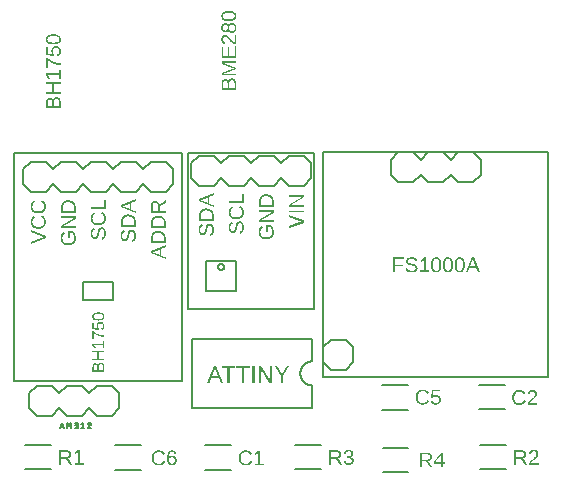
<source format=gbr>
G04 EAGLE Gerber RS-274X export*
G75*
%MOMM*%
%FSLAX34Y34*%
%LPD*%
%INSilkscreen Top*%
%IPPOS*%
%AMOC8*
5,1,8,0,0,1.08239X$1,22.5*%
G01*
%ADD10C,0.203200*%
%ADD11C,0.127000*%
%ADD12C,0.152400*%
G36*
X184809Y803888D02*
X191108Y803888D01*
X192687Y799846D01*
X194600Y799846D01*
X189047Y813670D01*
X186918Y813670D01*
X181276Y799846D01*
X183219Y799846D01*
X184809Y803888D01*
G37*
G36*
X226616Y809029D02*
X226567Y810668D01*
X226518Y811620D01*
X233916Y799846D01*
X236172Y799846D01*
X236172Y813670D01*
X234485Y813670D01*
X234485Y804605D01*
X234514Y803476D01*
X234602Y801818D01*
X227126Y813670D01*
X224948Y813670D01*
X224948Y799846D01*
X226616Y799846D01*
X226616Y809029D01*
G37*
G36*
X245423Y805576D02*
X250761Y813670D01*
X248700Y813670D01*
X244511Y807087D01*
X240302Y813670D01*
X238241Y813670D01*
X243559Y805576D01*
X243559Y799846D01*
X245423Y799846D01*
X245423Y805576D01*
G37*
G36*
X200208Y812140D02*
X204956Y812140D01*
X204956Y813670D01*
X193595Y813670D01*
X193595Y812140D01*
X198344Y812140D01*
X198344Y799846D01*
X200208Y799846D01*
X200208Y812140D01*
G37*
G36*
X212489Y812140D02*
X217238Y812140D01*
X217238Y813670D01*
X205876Y813670D01*
X205876Y812140D01*
X210625Y812140D01*
X210625Y799846D01*
X212489Y799846D01*
X212489Y812140D01*
G37*
G36*
X221434Y813670D02*
X219560Y813670D01*
X219560Y799846D01*
X221434Y799846D01*
X221434Y813670D01*
G37*
%LPC*%
G36*
X185378Y805350D02*
X187144Y809893D01*
X187566Y811053D01*
X187870Y811983D01*
X187958Y812257D01*
X188223Y811443D01*
X188498Y810634D01*
X188772Y809912D01*
X190548Y805350D01*
X185378Y805350D01*
G37*
%LPD*%
G36*
X92669Y921053D02*
X93025Y921187D01*
X93355Y921351D01*
X93661Y921544D01*
X93943Y921768D01*
X94200Y922020D01*
X94433Y922303D01*
X94641Y922615D01*
X94825Y922956D01*
X94984Y923327D01*
X95119Y923728D01*
X95229Y924159D01*
X95315Y924619D01*
X95376Y925109D01*
X95413Y925628D01*
X95425Y926177D01*
X95411Y926767D01*
X95367Y927322D01*
X95293Y927843D01*
X95191Y928331D01*
X95059Y928784D01*
X94898Y929203D01*
X94708Y929588D01*
X94488Y929939D01*
X94242Y930252D01*
X93971Y930523D01*
X93677Y930753D01*
X93358Y930941D01*
X93016Y931087D01*
X92649Y931191D01*
X92258Y931254D01*
X91843Y931275D01*
X91517Y931263D01*
X91212Y931228D01*
X90930Y931169D01*
X90669Y931086D01*
X90428Y930983D01*
X90203Y930862D01*
X89994Y930723D01*
X89802Y930565D01*
X89625Y930391D01*
X89463Y930203D01*
X89314Y929999D01*
X89180Y929781D01*
X88943Y929314D01*
X88738Y928813D01*
X88563Y928285D01*
X88414Y927732D01*
X88147Y926598D01*
X87966Y925819D01*
X87800Y925181D01*
X87648Y924684D01*
X87512Y924329D01*
X87376Y924061D01*
X87225Y923827D01*
X87060Y923625D01*
X86881Y923458D01*
X86683Y923325D01*
X86460Y923231D01*
X86212Y923174D01*
X85940Y923155D01*
X85704Y923168D01*
X85484Y923204D01*
X85278Y923265D01*
X85088Y923350D01*
X84913Y923460D01*
X84752Y923594D01*
X84607Y923752D01*
X84477Y923935D01*
X84362Y924141D01*
X84262Y924369D01*
X84178Y924618D01*
X84109Y924890D01*
X84056Y925183D01*
X84017Y925498D01*
X83994Y925836D01*
X83987Y926195D01*
X83993Y926523D01*
X84014Y926832D01*
X84049Y927124D01*
X84097Y927397D01*
X84159Y927651D01*
X84235Y927888D01*
X84325Y928106D01*
X84429Y928305D01*
X84548Y928488D01*
X84684Y928656D01*
X84836Y928808D01*
X85006Y928945D01*
X85192Y929066D01*
X85395Y929173D01*
X85615Y929263D01*
X85852Y929339D01*
X85563Y930986D01*
X85190Y930864D01*
X84845Y930721D01*
X84528Y930557D01*
X84239Y930372D01*
X83979Y930167D01*
X83748Y929941D01*
X83544Y929694D01*
X83369Y929427D01*
X83218Y929133D01*
X83087Y928809D01*
X82977Y928453D01*
X82886Y928067D01*
X82816Y927650D01*
X82766Y927201D01*
X82735Y926722D01*
X82725Y926212D01*
X82739Y925664D01*
X82779Y925148D01*
X82846Y924665D01*
X82940Y924214D01*
X83061Y923796D01*
X83208Y923411D01*
X83382Y923059D01*
X83584Y922739D01*
X83810Y922455D01*
X84058Y922209D01*
X84330Y922000D01*
X84624Y921830D01*
X84941Y921697D01*
X85280Y921602D01*
X85642Y921545D01*
X86027Y921526D01*
X86363Y921541D01*
X86680Y921584D01*
X86976Y921657D01*
X87253Y921758D01*
X87512Y921887D01*
X87754Y922042D01*
X87979Y922222D01*
X88186Y922428D01*
X88381Y922667D01*
X88566Y922946D01*
X88742Y923265D01*
X88909Y923624D01*
X89071Y924047D01*
X89233Y924558D01*
X89395Y925157D01*
X89557Y925844D01*
X89916Y927377D01*
X90004Y927711D01*
X90102Y928021D01*
X90210Y928307D01*
X90328Y928568D01*
X90459Y928804D01*
X90606Y929012D01*
X90769Y929191D01*
X90950Y929343D01*
X91152Y929464D01*
X91383Y929550D01*
X91643Y929602D01*
X91931Y929619D01*
X92192Y929606D01*
X92437Y929564D01*
X92665Y929495D01*
X92878Y929399D01*
X93074Y929275D01*
X93253Y929124D01*
X93417Y928945D01*
X93564Y928739D01*
X93694Y928507D01*
X93807Y928253D01*
X93903Y927975D01*
X93981Y927674D01*
X94042Y927350D01*
X94085Y927002D01*
X94111Y926632D01*
X94120Y926238D01*
X94112Y925857D01*
X94088Y925496D01*
X94047Y925155D01*
X93990Y924835D01*
X93917Y924535D01*
X93827Y924256D01*
X93721Y923998D01*
X93599Y923760D01*
X93460Y923542D01*
X93302Y923344D01*
X93125Y923165D01*
X92930Y923007D01*
X92717Y922868D01*
X92485Y922748D01*
X92234Y922649D01*
X91966Y922569D01*
X92290Y920948D01*
X92669Y921053D01*
G37*
G36*
X89507Y933025D02*
X89975Y933058D01*
X90426Y933114D01*
X90861Y933192D01*
X91279Y933292D01*
X91681Y933415D01*
X92066Y933560D01*
X92434Y933727D01*
X92784Y933916D01*
X93113Y934125D01*
X93421Y934354D01*
X93709Y934603D01*
X93975Y934873D01*
X94221Y935163D01*
X94446Y935473D01*
X94650Y935803D01*
X94832Y936151D01*
X94989Y936515D01*
X95122Y936895D01*
X95231Y937291D01*
X95316Y937702D01*
X95377Y938129D01*
X95413Y938572D01*
X95425Y939031D01*
X95412Y939479D01*
X95373Y939914D01*
X95308Y940335D01*
X95217Y940742D01*
X95100Y941135D01*
X94957Y941514D01*
X94788Y941880D01*
X94593Y942232D01*
X94373Y942567D01*
X94129Y942883D01*
X93862Y943180D01*
X93571Y943457D01*
X93255Y943715D01*
X92916Y943954D01*
X92554Y944173D01*
X92167Y944373D01*
X91484Y943007D01*
X91795Y942839D01*
X92085Y942661D01*
X92356Y942472D01*
X92607Y942274D01*
X92837Y942066D01*
X93048Y941847D01*
X93238Y941619D01*
X93409Y941380D01*
X93559Y941131D01*
X93689Y940873D01*
X93799Y940604D01*
X93890Y940325D01*
X93960Y940036D01*
X94010Y939737D01*
X94040Y939428D01*
X94050Y939109D01*
X94029Y938617D01*
X93964Y938150D01*
X93856Y937710D01*
X93705Y937295D01*
X93511Y936907D01*
X93274Y936545D01*
X92994Y936209D01*
X92671Y935899D01*
X92312Y935621D01*
X91925Y935380D01*
X91511Y935176D01*
X91069Y935009D01*
X90599Y934879D01*
X90101Y934787D01*
X89576Y934731D01*
X89023Y934713D01*
X88464Y934730D01*
X87936Y934784D01*
X87439Y934873D01*
X86972Y934997D01*
X86536Y935157D01*
X86130Y935353D01*
X85755Y935584D01*
X85410Y935851D01*
X85101Y936150D01*
X84833Y936477D01*
X84607Y936833D01*
X84421Y937217D01*
X84277Y937630D01*
X84174Y938071D01*
X84112Y938541D01*
X84092Y939039D01*
X84101Y939360D01*
X84127Y939670D01*
X84172Y939968D01*
X84234Y940256D01*
X84314Y940532D01*
X84412Y940797D01*
X84528Y941051D01*
X84661Y941295D01*
X84811Y941524D01*
X84977Y941737D01*
X85159Y941934D01*
X85357Y942115D01*
X85571Y942279D01*
X85801Y942427D01*
X86046Y942559D01*
X86308Y942674D01*
X85782Y944259D01*
X85415Y944093D01*
X85071Y943905D01*
X84750Y943694D01*
X84453Y943462D01*
X84179Y943208D01*
X83928Y942932D01*
X83700Y942635D01*
X83496Y942315D01*
X83315Y941974D01*
X83159Y941613D01*
X83026Y941232D01*
X82918Y940830D01*
X82834Y940409D01*
X82773Y939967D01*
X82737Y939504D01*
X82725Y939022D01*
X82732Y938674D01*
X82751Y938336D01*
X82784Y938007D01*
X82830Y937688D01*
X82889Y937379D01*
X82961Y937079D01*
X83046Y936789D01*
X83144Y936508D01*
X83255Y936237D01*
X83379Y935975D01*
X83516Y935723D01*
X83666Y935481D01*
X84006Y935025D01*
X84398Y934607D01*
X84836Y934234D01*
X85315Y933910D01*
X85833Y933636D01*
X86107Y933518D01*
X86391Y933412D01*
X86685Y933319D01*
X86989Y933238D01*
X87303Y933169D01*
X87627Y933113D01*
X87961Y933069D01*
X88305Y933038D01*
X88659Y933020D01*
X89023Y933013D01*
X89507Y933025D01*
G37*
G36*
X95250Y954452D02*
X93884Y954452D01*
X93884Y948216D01*
X82909Y948216D01*
X82909Y946543D01*
X95250Y946543D01*
X95250Y954452D01*
G37*
G36*
X120650Y936190D02*
X120638Y936630D01*
X120602Y937057D01*
X120543Y937471D01*
X120460Y937871D01*
X120352Y938259D01*
X120221Y938633D01*
X120067Y938995D01*
X119888Y939343D01*
X119687Y939675D01*
X119465Y939987D01*
X119222Y940280D01*
X118959Y940554D01*
X118674Y940808D01*
X118368Y941042D01*
X118042Y941258D01*
X117694Y941454D01*
X117329Y941628D01*
X116948Y941779D01*
X116553Y941907D01*
X116143Y942012D01*
X115718Y942093D01*
X115277Y942152D01*
X114823Y942186D01*
X114353Y942198D01*
X113995Y942191D01*
X113649Y942171D01*
X113312Y942138D01*
X112986Y942092D01*
X112670Y942032D01*
X112365Y941958D01*
X112070Y941872D01*
X111785Y941772D01*
X111511Y941659D01*
X111247Y941533D01*
X110994Y941393D01*
X110750Y941240D01*
X110518Y941073D01*
X110295Y940894D01*
X110083Y940701D01*
X109881Y940495D01*
X109691Y940276D01*
X109513Y940046D01*
X109347Y939805D01*
X109194Y939553D01*
X109052Y939290D01*
X108923Y939015D01*
X108807Y938730D01*
X108702Y938433D01*
X108610Y938125D01*
X108530Y937806D01*
X108463Y937475D01*
X108408Y937134D01*
X108365Y936781D01*
X108334Y936417D01*
X108315Y936042D01*
X108309Y935655D01*
X108309Y931574D01*
X120650Y931574D01*
X120650Y936190D01*
G37*
%LPC*%
G36*
X109649Y933247D02*
X109649Y935620D01*
X109668Y936198D01*
X109725Y936741D01*
X109819Y937249D01*
X109950Y937721D01*
X110120Y938159D01*
X110327Y938561D01*
X110571Y938928D01*
X110854Y939260D01*
X111172Y939554D01*
X111524Y939809D01*
X111910Y940025D01*
X112331Y940202D01*
X112785Y940340D01*
X113273Y940438D01*
X113796Y940497D01*
X114353Y940516D01*
X114727Y940508D01*
X115089Y940482D01*
X115439Y940439D01*
X115776Y940378D01*
X116100Y940301D01*
X116412Y940206D01*
X116711Y940094D01*
X116998Y939965D01*
X117270Y939819D01*
X117525Y939659D01*
X117765Y939484D01*
X117987Y939293D01*
X118194Y939088D01*
X118384Y938868D01*
X118557Y938634D01*
X118714Y938384D01*
X118854Y938121D01*
X118975Y937849D01*
X119077Y937566D01*
X119161Y937272D01*
X119226Y936969D01*
X119273Y936655D01*
X119301Y936331D01*
X119310Y935997D01*
X119310Y933247D01*
X109649Y933247D01*
G37*
%LPD*%
G36*
X120650Y944840D02*
X117042Y946259D01*
X117042Y951882D01*
X120650Y953292D01*
X120650Y955000D01*
X108309Y950043D01*
X108309Y948142D01*
X120650Y943106D01*
X120650Y944840D01*
G37*
G36*
X118069Y919053D02*
X118425Y919187D01*
X118755Y919351D01*
X119061Y919544D01*
X119343Y919768D01*
X119600Y920020D01*
X119833Y920303D01*
X120041Y920615D01*
X120225Y920956D01*
X120384Y921327D01*
X120519Y921728D01*
X120629Y922159D01*
X120715Y922619D01*
X120776Y923109D01*
X120813Y923628D01*
X120825Y924177D01*
X120811Y924767D01*
X120767Y925322D01*
X120693Y925843D01*
X120591Y926331D01*
X120459Y926784D01*
X120298Y927203D01*
X120108Y927588D01*
X119888Y927939D01*
X119642Y928252D01*
X119371Y928523D01*
X119077Y928753D01*
X118758Y928941D01*
X118416Y929087D01*
X118049Y929191D01*
X117658Y929254D01*
X117243Y929275D01*
X116917Y929263D01*
X116612Y929228D01*
X116330Y929169D01*
X116069Y929086D01*
X115828Y928983D01*
X115603Y928862D01*
X115394Y928723D01*
X115202Y928565D01*
X115025Y928391D01*
X114863Y928203D01*
X114714Y927999D01*
X114580Y927781D01*
X114343Y927314D01*
X114138Y926813D01*
X113963Y926285D01*
X113814Y925732D01*
X113547Y924598D01*
X113366Y923819D01*
X113200Y923181D01*
X113048Y922684D01*
X112912Y922329D01*
X112776Y922061D01*
X112625Y921827D01*
X112460Y921625D01*
X112281Y921458D01*
X112083Y921325D01*
X111860Y921231D01*
X111612Y921174D01*
X111340Y921155D01*
X111104Y921168D01*
X110884Y921204D01*
X110678Y921265D01*
X110488Y921350D01*
X110313Y921460D01*
X110152Y921594D01*
X110007Y921752D01*
X109877Y921935D01*
X109762Y922141D01*
X109662Y922369D01*
X109578Y922618D01*
X109509Y922890D01*
X109456Y923183D01*
X109417Y923498D01*
X109394Y923836D01*
X109387Y924195D01*
X109393Y924523D01*
X109414Y924832D01*
X109449Y925124D01*
X109497Y925397D01*
X109559Y925651D01*
X109635Y925888D01*
X109725Y926106D01*
X109829Y926305D01*
X109948Y926488D01*
X110084Y926656D01*
X110236Y926808D01*
X110406Y926945D01*
X110592Y927066D01*
X110795Y927173D01*
X111015Y927263D01*
X111252Y927339D01*
X110963Y928986D01*
X110590Y928864D01*
X110245Y928721D01*
X109928Y928557D01*
X109639Y928372D01*
X109379Y928167D01*
X109148Y927941D01*
X108944Y927694D01*
X108769Y927427D01*
X108618Y927133D01*
X108487Y926809D01*
X108377Y926453D01*
X108286Y926067D01*
X108216Y925650D01*
X108166Y925201D01*
X108135Y924722D01*
X108125Y924212D01*
X108139Y923664D01*
X108179Y923148D01*
X108246Y922665D01*
X108340Y922214D01*
X108461Y921796D01*
X108608Y921411D01*
X108782Y921059D01*
X108984Y920739D01*
X109210Y920455D01*
X109458Y920209D01*
X109730Y920000D01*
X110024Y919830D01*
X110341Y919697D01*
X110680Y919602D01*
X111042Y919545D01*
X111427Y919526D01*
X111763Y919541D01*
X112080Y919584D01*
X112376Y919657D01*
X112653Y919758D01*
X112912Y919887D01*
X113154Y920042D01*
X113379Y920222D01*
X113586Y920428D01*
X113781Y920667D01*
X113966Y920946D01*
X114142Y921265D01*
X114309Y921624D01*
X114471Y922047D01*
X114633Y922558D01*
X114795Y923157D01*
X114957Y923844D01*
X115316Y925377D01*
X115404Y925711D01*
X115502Y926021D01*
X115610Y926307D01*
X115728Y926568D01*
X115859Y926804D01*
X116006Y927012D01*
X116169Y927191D01*
X116350Y927343D01*
X116552Y927464D01*
X116783Y927550D01*
X117043Y927602D01*
X117331Y927619D01*
X117592Y927606D01*
X117837Y927564D01*
X118065Y927495D01*
X118278Y927399D01*
X118474Y927275D01*
X118653Y927124D01*
X118817Y926945D01*
X118964Y926739D01*
X119094Y926507D01*
X119207Y926253D01*
X119303Y925975D01*
X119381Y925674D01*
X119442Y925350D01*
X119485Y925002D01*
X119511Y924632D01*
X119520Y924238D01*
X119512Y923857D01*
X119488Y923496D01*
X119447Y923155D01*
X119390Y922835D01*
X119317Y922535D01*
X119227Y922256D01*
X119121Y921998D01*
X118999Y921760D01*
X118860Y921542D01*
X118702Y921344D01*
X118525Y921165D01*
X118330Y921007D01*
X118117Y920868D01*
X117885Y920748D01*
X117634Y920649D01*
X117366Y920569D01*
X117690Y918948D01*
X118069Y919053D01*
G37*
%LPC*%
G36*
X111681Y948344D02*
X110646Y948721D01*
X109816Y948992D01*
X109570Y949071D01*
X110297Y949307D01*
X111020Y949553D01*
X111664Y949798D01*
X115736Y951383D01*
X115736Y946767D01*
X111681Y948344D01*
G37*
%LPD*%
G36*
X146050Y922221D02*
X146038Y922661D01*
X146002Y923088D01*
X145943Y923502D01*
X145860Y923903D01*
X145752Y924290D01*
X145621Y924665D01*
X145467Y925026D01*
X145288Y925374D01*
X145087Y925706D01*
X144865Y926018D01*
X144622Y926311D01*
X144359Y926585D01*
X144074Y926839D01*
X143768Y927074D01*
X143442Y927289D01*
X143094Y927485D01*
X142729Y927659D01*
X142348Y927811D01*
X141953Y927938D01*
X141543Y928043D01*
X141118Y928125D01*
X140677Y928183D01*
X140223Y928218D01*
X139753Y928229D01*
X139395Y928223D01*
X139049Y928203D01*
X138712Y928169D01*
X138386Y928123D01*
X138070Y928063D01*
X137765Y927990D01*
X137470Y927903D01*
X137185Y927803D01*
X136911Y927690D01*
X136647Y927564D01*
X136394Y927424D01*
X136150Y927271D01*
X135918Y927105D01*
X135695Y926925D01*
X135483Y926732D01*
X135281Y926526D01*
X135091Y926307D01*
X134913Y926078D01*
X134747Y925837D01*
X134594Y925584D01*
X134452Y925321D01*
X134323Y925047D01*
X134207Y924761D01*
X134102Y924464D01*
X134010Y924156D01*
X133930Y923837D01*
X133863Y923507D01*
X133808Y923165D01*
X133765Y922812D01*
X133734Y922448D01*
X133715Y922073D01*
X133709Y921687D01*
X133709Y917605D01*
X146050Y917605D01*
X146050Y922221D01*
G37*
G36*
X146050Y935190D02*
X146038Y935630D01*
X146002Y936057D01*
X145943Y936471D01*
X145860Y936871D01*
X145752Y937259D01*
X145621Y937633D01*
X145467Y937995D01*
X145288Y938343D01*
X145087Y938675D01*
X144865Y938987D01*
X144622Y939280D01*
X144359Y939554D01*
X144074Y939808D01*
X143768Y940042D01*
X143442Y940258D01*
X143094Y940454D01*
X142729Y940628D01*
X142348Y940779D01*
X141953Y940907D01*
X141543Y941012D01*
X141118Y941093D01*
X140677Y941152D01*
X140223Y941186D01*
X139753Y941198D01*
X139395Y941191D01*
X139049Y941171D01*
X138712Y941138D01*
X138386Y941092D01*
X138070Y941032D01*
X137765Y940958D01*
X137470Y940872D01*
X137185Y940772D01*
X136911Y940659D01*
X136647Y940533D01*
X136394Y940393D01*
X136150Y940240D01*
X135918Y940073D01*
X135695Y939894D01*
X135483Y939701D01*
X135281Y939495D01*
X135091Y939276D01*
X134913Y939046D01*
X134747Y938805D01*
X134594Y938553D01*
X134452Y938290D01*
X134323Y938015D01*
X134207Y937730D01*
X134102Y937433D01*
X134010Y937125D01*
X133930Y936806D01*
X133863Y936475D01*
X133808Y936134D01*
X133765Y935781D01*
X133734Y935417D01*
X133715Y935042D01*
X133709Y934655D01*
X133709Y930574D01*
X146050Y930574D01*
X146050Y935190D01*
G37*
G36*
X146050Y945216D02*
X140926Y945216D01*
X140926Y949061D01*
X146050Y952266D01*
X146050Y954193D01*
X142997Y952181D01*
X140734Y950690D01*
X140661Y951033D01*
X140568Y951357D01*
X140452Y951662D01*
X140315Y951948D01*
X140223Y952104D01*
X140157Y952215D01*
X139977Y952462D01*
X139775Y952691D01*
X139551Y952901D01*
X139310Y953089D01*
X139055Y953252D01*
X138787Y953390D01*
X138505Y953502D01*
X138209Y953590D01*
X137899Y953653D01*
X137576Y953690D01*
X137239Y953703D01*
X136834Y953685D01*
X136453Y953632D01*
X136094Y953543D01*
X135758Y953419D01*
X135444Y953260D01*
X135154Y953065D01*
X134887Y952834D01*
X134642Y952568D01*
X134423Y952270D01*
X134234Y951942D01*
X134074Y951584D01*
X133942Y951197D01*
X133840Y950779D01*
X133768Y950332D01*
X133724Y949856D01*
X133709Y949350D01*
X133709Y943543D01*
X146050Y943543D01*
X146050Y945216D01*
G37*
%LPC*%
G36*
X135049Y919278D02*
X135049Y921652D01*
X135068Y922230D01*
X135125Y922772D01*
X135219Y923280D01*
X135350Y923753D01*
X135520Y924190D01*
X135727Y924592D01*
X135971Y924959D01*
X136254Y925291D01*
X136572Y925585D01*
X136924Y925841D01*
X137310Y926057D01*
X137731Y926233D01*
X138185Y926371D01*
X138673Y926469D01*
X139196Y926528D01*
X139753Y926548D01*
X140127Y926539D01*
X140489Y926513D01*
X140839Y926470D01*
X141176Y926410D01*
X141500Y926332D01*
X141812Y926237D01*
X142111Y926125D01*
X142398Y925996D01*
X142670Y925850D01*
X142925Y925690D01*
X143165Y925515D01*
X143387Y925325D01*
X143594Y925120D01*
X143784Y924900D01*
X143957Y924665D01*
X144114Y924415D01*
X144254Y924153D01*
X144375Y923880D01*
X144477Y923597D01*
X144561Y923304D01*
X144626Y923000D01*
X144673Y922687D01*
X144701Y922363D01*
X144710Y922028D01*
X144710Y919278D01*
X135049Y919278D01*
G37*
G36*
X135049Y932247D02*
X135049Y934620D01*
X135068Y935198D01*
X135125Y935741D01*
X135219Y936249D01*
X135350Y936721D01*
X135520Y937159D01*
X135727Y937561D01*
X135971Y937928D01*
X136254Y938260D01*
X136572Y938554D01*
X136924Y938809D01*
X137310Y939025D01*
X137731Y939202D01*
X138185Y939340D01*
X138673Y939438D01*
X139196Y939497D01*
X139753Y939516D01*
X140127Y939508D01*
X140489Y939482D01*
X140839Y939439D01*
X141176Y939378D01*
X141500Y939301D01*
X141812Y939206D01*
X142111Y939094D01*
X142398Y938965D01*
X142670Y938819D01*
X142925Y938659D01*
X143165Y938484D01*
X143387Y938293D01*
X143594Y938088D01*
X143784Y937868D01*
X143957Y937634D01*
X144114Y937384D01*
X144254Y937121D01*
X144375Y936849D01*
X144477Y936566D01*
X144561Y936272D01*
X144626Y935969D01*
X144673Y935655D01*
X144701Y935331D01*
X144710Y934997D01*
X144710Y932247D01*
X135049Y932247D01*
G37*
%LPD*%
G36*
X146050Y905934D02*
X142442Y907353D01*
X142442Y912976D01*
X146050Y914386D01*
X146050Y916094D01*
X133709Y911137D01*
X133709Y909236D01*
X146050Y904200D01*
X146050Y905934D01*
G37*
%LPC*%
G36*
X135049Y945216D02*
X135049Y949183D01*
X135058Y949517D01*
X135085Y949830D01*
X135129Y950124D01*
X135191Y950397D01*
X135270Y950651D01*
X135367Y950884D01*
X135482Y951097D01*
X135614Y951290D01*
X135763Y951461D01*
X135929Y951610D01*
X136110Y951735D01*
X136307Y951838D01*
X136521Y951918D01*
X136750Y951975D01*
X136995Y952010D01*
X137256Y952021D01*
X137527Y952010D01*
X137782Y951976D01*
X138021Y951919D01*
X138245Y951840D01*
X138454Y951739D01*
X138647Y951615D01*
X138824Y951468D01*
X138986Y951298D01*
X139131Y951108D01*
X139256Y950900D01*
X139363Y950672D01*
X139449Y950426D01*
X139517Y950161D01*
X139565Y949877D01*
X139594Y949575D01*
X139604Y949253D01*
X139604Y945216D01*
X135049Y945216D01*
G37*
G36*
X137081Y909438D02*
X136046Y909814D01*
X135216Y910086D01*
X134970Y910165D01*
X135697Y910401D01*
X136420Y910646D01*
X137064Y910892D01*
X141136Y912477D01*
X141136Y907861D01*
X137081Y909438D01*
G37*
%LPD*%
G36*
X69850Y948158D02*
X69838Y948599D01*
X69802Y949026D01*
X69743Y949439D01*
X69660Y949840D01*
X69552Y950228D01*
X69421Y950602D01*
X69267Y950963D01*
X69088Y951312D01*
X68887Y951643D01*
X68665Y951956D01*
X68422Y952249D01*
X68159Y952522D01*
X67874Y952777D01*
X67568Y953011D01*
X67242Y953226D01*
X66894Y953422D01*
X66529Y953597D01*
X66148Y953748D01*
X65753Y953876D01*
X65343Y953981D01*
X64918Y954062D01*
X64477Y954120D01*
X64023Y954155D01*
X63553Y954167D01*
X63195Y954160D01*
X62849Y954140D01*
X62512Y954107D01*
X62186Y954060D01*
X61870Y954000D01*
X61565Y953927D01*
X61270Y953841D01*
X60985Y953741D01*
X60711Y953628D01*
X60447Y953501D01*
X60194Y953362D01*
X59950Y953209D01*
X59718Y953042D01*
X59495Y952863D01*
X59283Y952670D01*
X59081Y952463D01*
X58891Y952245D01*
X58713Y952015D01*
X58547Y951774D01*
X58394Y951522D01*
X58252Y951259D01*
X58123Y950984D01*
X58007Y950699D01*
X57902Y950402D01*
X57810Y950094D01*
X57730Y949774D01*
X57663Y949444D01*
X57608Y949102D01*
X57565Y948750D01*
X57534Y948386D01*
X57515Y948011D01*
X57509Y947624D01*
X57509Y943543D01*
X69850Y943543D01*
X69850Y948158D01*
G37*
%LPC*%
G36*
X58849Y945216D02*
X58849Y947589D01*
X58868Y948167D01*
X58925Y948710D01*
X59019Y949218D01*
X59150Y949690D01*
X59320Y950127D01*
X59527Y950530D01*
X59771Y950897D01*
X60054Y951228D01*
X60372Y951523D01*
X60724Y951778D01*
X61110Y951994D01*
X61531Y952171D01*
X61985Y952308D01*
X62473Y952407D01*
X62996Y952466D01*
X63553Y952485D01*
X63927Y952477D01*
X64289Y952451D01*
X64639Y952408D01*
X64976Y952347D01*
X65300Y952270D01*
X65612Y952175D01*
X65911Y952063D01*
X66198Y951933D01*
X66470Y951788D01*
X66725Y951628D01*
X66965Y951452D01*
X67187Y951262D01*
X67394Y951057D01*
X67584Y950837D01*
X67757Y950602D01*
X67914Y950352D01*
X68054Y950090D01*
X68175Y949817D01*
X68277Y949534D01*
X68361Y949241D01*
X68426Y948938D01*
X68473Y948624D01*
X68501Y948300D01*
X68510Y947966D01*
X68510Y945216D01*
X58849Y945216D01*
G37*
%LPD*%
G36*
X69850Y932063D02*
X61652Y932063D01*
X60189Y932019D01*
X59340Y931975D01*
X69850Y938579D01*
X69850Y940594D01*
X57509Y940594D01*
X57509Y939087D01*
X65602Y939087D01*
X66609Y939114D01*
X68090Y939192D01*
X57509Y932518D01*
X57509Y930574D01*
X69850Y930574D01*
X69850Y932063D01*
G37*
G36*
X64105Y916079D02*
X64572Y916113D01*
X65022Y916171D01*
X65457Y916252D01*
X65875Y916356D01*
X66277Y916483D01*
X66664Y916634D01*
X67034Y916807D01*
X67386Y917003D01*
X67717Y917219D01*
X68026Y917455D01*
X68314Y917713D01*
X68581Y917991D01*
X68827Y918289D01*
X69051Y918609D01*
X69254Y918949D01*
X69435Y919307D01*
X69592Y919683D01*
X69724Y920075D01*
X69833Y920484D01*
X69917Y920909D01*
X69977Y921351D01*
X70013Y921810D01*
X70025Y922286D01*
X70017Y922698D01*
X69991Y923103D01*
X69948Y923500D01*
X69888Y923890D01*
X69811Y924272D01*
X69717Y924646D01*
X69606Y925014D01*
X69478Y925373D01*
X69334Y925722D01*
X69176Y926057D01*
X69004Y926378D01*
X68818Y926686D01*
X68617Y926979D01*
X68403Y927259D01*
X68174Y927525D01*
X67932Y927777D01*
X63675Y927777D01*
X63675Y922548D01*
X65077Y922548D01*
X65077Y926236D01*
X67301Y926236D01*
X67600Y925887D01*
X67866Y925488D01*
X68099Y925039D01*
X68300Y924541D01*
X68461Y924008D01*
X68576Y923454D01*
X68645Y922880D01*
X68668Y922286D01*
X68646Y921770D01*
X68583Y921283D01*
X68477Y920825D01*
X68329Y920396D01*
X68139Y919995D01*
X67906Y919624D01*
X67632Y919281D01*
X67314Y918966D01*
X66961Y918685D01*
X66576Y918441D01*
X66161Y918235D01*
X65715Y918066D01*
X65238Y917935D01*
X64730Y917841D01*
X64192Y917785D01*
X63623Y917766D01*
X63052Y917784D01*
X62515Y917837D01*
X62011Y917925D01*
X61539Y918049D01*
X61101Y918208D01*
X60695Y918402D01*
X60323Y918631D01*
X59984Y918896D01*
X59681Y919194D01*
X59418Y919524D01*
X59196Y919885D01*
X59015Y920278D01*
X58873Y920702D01*
X58772Y921157D01*
X58712Y921645D01*
X58692Y922163D01*
X58699Y922500D01*
X58722Y922822D01*
X58759Y923131D01*
X58812Y923425D01*
X58880Y923706D01*
X58963Y923972D01*
X59060Y924224D01*
X59173Y924462D01*
X59303Y924687D01*
X59450Y924899D01*
X59615Y925099D01*
X59797Y925287D01*
X59998Y925462D01*
X60216Y925624D01*
X60452Y925774D01*
X60706Y925912D01*
X60233Y927506D01*
X59865Y927324D01*
X59523Y927123D01*
X59207Y926904D01*
X58917Y926667D01*
X58653Y926412D01*
X58415Y926138D01*
X58203Y925846D01*
X58017Y925535D01*
X57855Y925203D01*
X57715Y924848D01*
X57596Y924468D01*
X57498Y924064D01*
X57423Y923636D01*
X57369Y923183D01*
X57336Y922707D01*
X57325Y922207D01*
X57332Y921847D01*
X57351Y921498D01*
X57383Y921159D01*
X57428Y920830D01*
X57486Y920511D01*
X57557Y920203D01*
X57640Y919905D01*
X57737Y919617D01*
X57846Y919339D01*
X57969Y919071D01*
X58104Y918813D01*
X58252Y918566D01*
X58412Y918329D01*
X58586Y918102D01*
X58972Y917679D01*
X59405Y917301D01*
X59637Y917131D01*
X59880Y916974D01*
X60134Y916829D01*
X60398Y916697D01*
X60673Y916577D01*
X60958Y916470D01*
X61254Y916376D01*
X61560Y916294D01*
X61878Y916225D01*
X62205Y916168D01*
X62544Y916124D01*
X62893Y916092D01*
X63252Y916073D01*
X63623Y916067D01*
X64105Y916079D01*
G37*
G36*
X38707Y930025D02*
X39175Y930058D01*
X39626Y930114D01*
X40061Y930192D01*
X40479Y930292D01*
X40881Y930415D01*
X41266Y930560D01*
X41634Y930727D01*
X41984Y930916D01*
X42313Y931125D01*
X42621Y931354D01*
X42909Y931603D01*
X43175Y931873D01*
X43421Y932163D01*
X43646Y932473D01*
X43850Y932803D01*
X44032Y933151D01*
X44189Y933515D01*
X44322Y933895D01*
X44431Y934291D01*
X44516Y934702D01*
X44577Y935129D01*
X44613Y935572D01*
X44625Y936031D01*
X44612Y936479D01*
X44573Y936914D01*
X44508Y937335D01*
X44417Y937742D01*
X44300Y938135D01*
X44157Y938514D01*
X43988Y938880D01*
X43793Y939232D01*
X43573Y939567D01*
X43329Y939883D01*
X43062Y940180D01*
X42771Y940457D01*
X42455Y940715D01*
X42116Y940954D01*
X41754Y941173D01*
X41367Y941373D01*
X40684Y940007D01*
X40995Y939839D01*
X41285Y939661D01*
X41556Y939472D01*
X41807Y939274D01*
X42037Y939066D01*
X42248Y938847D01*
X42438Y938619D01*
X42609Y938380D01*
X42759Y938131D01*
X42889Y937873D01*
X42999Y937604D01*
X43090Y937325D01*
X43160Y937036D01*
X43210Y936737D01*
X43240Y936428D01*
X43250Y936109D01*
X43229Y935617D01*
X43164Y935150D01*
X43056Y934710D01*
X42905Y934295D01*
X42711Y933907D01*
X42474Y933545D01*
X42194Y933209D01*
X41871Y932899D01*
X41512Y932621D01*
X41125Y932380D01*
X40711Y932176D01*
X40269Y932009D01*
X39799Y931879D01*
X39301Y931787D01*
X38776Y931731D01*
X38223Y931713D01*
X37664Y931730D01*
X37136Y931784D01*
X36639Y931873D01*
X36172Y931997D01*
X35736Y932157D01*
X35330Y932353D01*
X34955Y932584D01*
X34610Y932851D01*
X34301Y933150D01*
X34033Y933477D01*
X33807Y933833D01*
X33621Y934217D01*
X33477Y934630D01*
X33374Y935071D01*
X33312Y935541D01*
X33292Y936039D01*
X33301Y936360D01*
X33327Y936670D01*
X33372Y936968D01*
X33434Y937256D01*
X33514Y937532D01*
X33612Y937797D01*
X33728Y938051D01*
X33861Y938295D01*
X34011Y938524D01*
X34177Y938737D01*
X34359Y938934D01*
X34557Y939115D01*
X34771Y939279D01*
X35001Y939427D01*
X35246Y939559D01*
X35508Y939674D01*
X34982Y941259D01*
X34615Y941093D01*
X34271Y940905D01*
X33950Y940694D01*
X33653Y940462D01*
X33379Y940208D01*
X33128Y939932D01*
X32900Y939635D01*
X32696Y939315D01*
X32515Y938974D01*
X32359Y938613D01*
X32226Y938232D01*
X32118Y937830D01*
X32034Y937409D01*
X31973Y936967D01*
X31937Y936504D01*
X31925Y936022D01*
X31932Y935674D01*
X31951Y935336D01*
X31984Y935007D01*
X32030Y934688D01*
X32089Y934379D01*
X32161Y934079D01*
X32246Y933789D01*
X32344Y933508D01*
X32455Y933237D01*
X32579Y932975D01*
X32716Y932723D01*
X32866Y932481D01*
X33206Y932025D01*
X33598Y931607D01*
X34036Y931234D01*
X34515Y930910D01*
X35033Y930636D01*
X35307Y930518D01*
X35591Y930412D01*
X35885Y930319D01*
X36189Y930238D01*
X36503Y930169D01*
X36827Y930113D01*
X37161Y930069D01*
X37505Y930038D01*
X37859Y930020D01*
X38223Y930013D01*
X38707Y930025D01*
G37*
G36*
X38707Y942993D02*
X39175Y943027D01*
X39626Y943083D01*
X40061Y943161D01*
X40479Y943261D01*
X40881Y943384D01*
X41266Y943529D01*
X41634Y943696D01*
X41984Y943885D01*
X42313Y944093D01*
X42621Y944322D01*
X42909Y944572D01*
X43175Y944841D01*
X43421Y945131D01*
X43646Y945441D01*
X43850Y945772D01*
X44032Y946120D01*
X44189Y946484D01*
X44322Y946864D01*
X44431Y947260D01*
X44516Y947671D01*
X44577Y948098D01*
X44613Y948541D01*
X44625Y948999D01*
X44612Y949448D01*
X44573Y949883D01*
X44508Y950303D01*
X44417Y950710D01*
X44300Y951104D01*
X44157Y951483D01*
X43988Y951849D01*
X43793Y952201D01*
X43573Y952536D01*
X43329Y952852D01*
X43062Y953148D01*
X42771Y953426D01*
X42455Y953684D01*
X42116Y953922D01*
X41754Y954142D01*
X41367Y954342D01*
X40684Y952976D01*
X40995Y952807D01*
X41285Y952629D01*
X41556Y952441D01*
X41807Y952243D01*
X42037Y952034D01*
X42248Y951816D01*
X42438Y951587D01*
X42609Y951349D01*
X42759Y951100D01*
X42889Y950841D01*
X42999Y950573D01*
X43090Y950294D01*
X43160Y950005D01*
X43210Y949706D01*
X43240Y949397D01*
X43250Y949078D01*
X43229Y948585D01*
X43164Y948119D01*
X43056Y947678D01*
X42905Y947264D01*
X42711Y946876D01*
X42474Y946514D01*
X42194Y946178D01*
X41871Y945868D01*
X41512Y945590D01*
X41125Y945349D01*
X40711Y945145D01*
X40269Y944978D01*
X39799Y944848D01*
X39301Y944755D01*
X38776Y944700D01*
X38223Y944681D01*
X37664Y944699D01*
X37136Y944752D01*
X36639Y944841D01*
X36172Y944966D01*
X35736Y945126D01*
X35330Y945322D01*
X34955Y945553D01*
X34610Y945820D01*
X34301Y946119D01*
X34033Y946446D01*
X33807Y946802D01*
X33621Y947186D01*
X33477Y947599D01*
X33374Y948040D01*
X33312Y948510D01*
X33292Y949008D01*
X33301Y949329D01*
X33327Y949638D01*
X33372Y949937D01*
X33434Y950224D01*
X33514Y950501D01*
X33612Y950766D01*
X33728Y951020D01*
X33861Y951263D01*
X34011Y951493D01*
X34177Y951706D01*
X34359Y951903D01*
X34557Y952083D01*
X34771Y952248D01*
X35001Y952396D01*
X35246Y952527D01*
X35508Y952643D01*
X34982Y954228D01*
X34615Y954062D01*
X34271Y953873D01*
X33950Y953663D01*
X33653Y953431D01*
X33379Y953177D01*
X33128Y952901D01*
X32900Y952603D01*
X32696Y952284D01*
X32515Y951943D01*
X32359Y951582D01*
X32226Y951201D01*
X32118Y950799D01*
X32034Y950377D01*
X31973Y949935D01*
X31937Y949473D01*
X31925Y948991D01*
X31932Y948643D01*
X31951Y948305D01*
X31984Y947976D01*
X32030Y947657D01*
X32089Y947348D01*
X32161Y947048D01*
X32246Y946757D01*
X32344Y946477D01*
X32455Y946206D01*
X32579Y945944D01*
X32716Y945692D01*
X32866Y945450D01*
X33206Y944994D01*
X33598Y944576D01*
X34036Y944203D01*
X34515Y943879D01*
X35033Y943605D01*
X35307Y943487D01*
X35591Y943381D01*
X35885Y943287D01*
X36189Y943206D01*
X36503Y943138D01*
X36827Y943082D01*
X37161Y943038D01*
X37505Y943007D01*
X37859Y942988D01*
X38223Y942982D01*
X38707Y942993D01*
G37*
G36*
X44450Y922249D02*
X44450Y923983D01*
X32109Y929019D01*
X32109Y927259D01*
X40798Y923860D01*
X42979Y923125D01*
X40798Y922389D01*
X32109Y918973D01*
X32109Y917213D01*
X44450Y922249D01*
G37*
G36*
X93980Y813192D02*
X93969Y813607D01*
X93934Y813999D01*
X93877Y814368D01*
X93797Y814713D01*
X93694Y815035D01*
X93568Y815333D01*
X93420Y815608D01*
X93248Y815860D01*
X93056Y816085D01*
X92846Y816280D01*
X92617Y816445D01*
X92370Y816580D01*
X92105Y816685D01*
X91821Y816760D01*
X91520Y816805D01*
X91200Y816820D01*
X90958Y816810D01*
X90727Y816780D01*
X90507Y816730D01*
X90297Y816660D01*
X90098Y816571D01*
X89909Y816461D01*
X89731Y816332D01*
X89564Y816182D01*
X89481Y816092D01*
X89410Y816014D01*
X89272Y815830D01*
X89150Y815628D01*
X89043Y815410D01*
X88953Y815175D01*
X88878Y814923D01*
X88819Y814654D01*
X88776Y814368D01*
X88719Y814586D01*
X88650Y814791D01*
X88569Y814983D01*
X88475Y815163D01*
X88369Y815330D01*
X88251Y815484D01*
X88194Y815547D01*
X88120Y815626D01*
X87978Y815755D01*
X87825Y815870D01*
X87663Y815969D01*
X87492Y816054D01*
X87312Y816123D01*
X87124Y816176D01*
X86927Y816215D01*
X86721Y816238D01*
X86507Y816245D01*
X86217Y816232D01*
X85946Y816191D01*
X85693Y816123D01*
X85459Y816028D01*
X85244Y815906D01*
X85047Y815757D01*
X84870Y815580D01*
X84711Y815377D01*
X84570Y815146D01*
X84449Y814888D01*
X84346Y814603D01*
X84261Y814291D01*
X84196Y813952D01*
X84149Y813586D01*
X84121Y813192D01*
X84112Y812771D01*
X84112Y809185D01*
X93980Y809185D01*
X93980Y813192D01*
G37*
G36*
X89645Y852395D02*
X90211Y852435D01*
X90740Y852502D01*
X91231Y852595D01*
X91685Y852715D01*
X92102Y852862D01*
X92482Y853036D01*
X92824Y853236D01*
X93128Y853463D01*
X93391Y853716D01*
X93614Y853996D01*
X93796Y854302D01*
X93938Y854635D01*
X94039Y854994D01*
X94100Y855380D01*
X94120Y855792D01*
X94100Y856205D01*
X94039Y856591D01*
X93937Y856952D01*
X93794Y857287D01*
X93611Y857596D01*
X93387Y857878D01*
X93123Y858135D01*
X92817Y858366D01*
X92473Y858571D01*
X92093Y858748D01*
X91676Y858898D01*
X91222Y859020D01*
X90732Y859116D01*
X90205Y859184D01*
X89642Y859225D01*
X89042Y859238D01*
X88433Y859225D01*
X87862Y859186D01*
X87330Y859122D01*
X86836Y859031D01*
X86381Y858914D01*
X85964Y858771D01*
X85586Y858603D01*
X85246Y858408D01*
X84946Y858187D01*
X84686Y857936D01*
X84465Y857657D01*
X84285Y857350D01*
X84145Y857014D01*
X84045Y856649D01*
X83985Y856256D01*
X83965Y855834D01*
X83984Y855401D01*
X84044Y854998D01*
X84143Y854625D01*
X84282Y854282D01*
X84460Y853969D01*
X84678Y853687D01*
X84935Y853434D01*
X85232Y853212D01*
X85569Y853017D01*
X85946Y852848D01*
X86362Y852706D01*
X86819Y852589D01*
X87315Y852498D01*
X87851Y852433D01*
X88427Y852395D01*
X89042Y852382D01*
X89645Y852395D01*
G37*
G36*
X93980Y820086D02*
X89407Y820086D01*
X89407Y825422D01*
X93980Y825422D01*
X93980Y826760D01*
X84112Y826760D01*
X84112Y825422D01*
X88286Y825422D01*
X88286Y820086D01*
X84112Y820086D01*
X84112Y818748D01*
X93980Y818748D01*
X93980Y820086D01*
G37*
%LPC*%
G36*
X88520Y853664D02*
X88036Y853688D01*
X87591Y853728D01*
X87183Y853783D01*
X86813Y853855D01*
X86482Y853942D01*
X86188Y854045D01*
X85933Y854164D01*
X85711Y854301D01*
X85519Y854459D01*
X85357Y854637D01*
X85224Y854836D01*
X85120Y855055D01*
X85046Y855294D01*
X85002Y855554D01*
X84987Y855834D01*
X85002Y856108D01*
X85047Y856362D01*
X85122Y856595D01*
X85227Y856809D01*
X85362Y857002D01*
X85527Y857176D01*
X85722Y857329D01*
X85947Y857463D01*
X86205Y857579D01*
X86500Y857679D01*
X86832Y857764D01*
X87200Y857833D01*
X87606Y857887D01*
X88048Y857926D01*
X88527Y857949D01*
X89042Y857957D01*
X89541Y857948D01*
X90005Y857924D01*
X90437Y857884D01*
X90835Y857827D01*
X91200Y857754D01*
X91532Y857665D01*
X91831Y857560D01*
X92096Y857438D01*
X92329Y857299D01*
X92531Y857142D01*
X92702Y856966D01*
X92842Y856771D01*
X92951Y856558D01*
X93028Y856326D01*
X93075Y856076D01*
X93091Y855806D01*
X93075Y855536D01*
X93030Y855284D01*
X92954Y855051D01*
X92847Y854837D01*
X92710Y854642D01*
X92543Y854466D01*
X92345Y854309D01*
X92117Y854171D01*
X91856Y854050D01*
X91560Y853946D01*
X91228Y853857D01*
X90862Y853785D01*
X90460Y853729D01*
X90022Y853688D01*
X89550Y853664D01*
X89042Y853656D01*
X88520Y853664D01*
G37*
%LPD*%
G36*
X92051Y844493D02*
X92311Y844578D01*
X92554Y844683D01*
X92781Y844807D01*
X92990Y844950D01*
X93183Y845114D01*
X93359Y845296D01*
X93518Y845498D01*
X93659Y845719D01*
X93781Y845955D01*
X93885Y846209D01*
X93970Y846479D01*
X94035Y846766D01*
X94082Y847069D01*
X94111Y847389D01*
X94120Y847726D01*
X94106Y848126D01*
X94064Y848504D01*
X93994Y848859D01*
X93896Y849192D01*
X93770Y849503D01*
X93616Y849791D01*
X93434Y850056D01*
X93224Y850299D01*
X92989Y850517D01*
X92734Y850705D01*
X92458Y850865D01*
X92161Y850995D01*
X91843Y851097D01*
X91505Y851169D01*
X91145Y851213D01*
X90765Y851227D01*
X90430Y851214D01*
X90111Y851173D01*
X89809Y851106D01*
X89522Y851011D01*
X89252Y850890D01*
X88998Y850741D01*
X88760Y850565D01*
X88538Y850363D01*
X88338Y850137D01*
X88164Y849893D01*
X88017Y849631D01*
X87897Y849350D01*
X87804Y849050D01*
X87737Y848732D01*
X87697Y848396D01*
X87684Y848041D01*
X87693Y847742D01*
X87723Y847456D01*
X87772Y847183D01*
X87841Y846922D01*
X87930Y846673D01*
X88038Y846437D01*
X88166Y846214D01*
X88314Y846003D01*
X85183Y846192D01*
X85183Y850653D01*
X84112Y850653D01*
X84112Y845043D01*
X89421Y844714D01*
X89421Y845947D01*
X89242Y846167D01*
X89091Y846388D01*
X88969Y846608D01*
X88874Y846829D01*
X88804Y847054D01*
X88753Y847288D01*
X88723Y847530D01*
X88713Y847782D01*
X88722Y848020D01*
X88749Y848247D01*
X88794Y848460D01*
X88857Y848661D01*
X88938Y848850D01*
X89036Y849026D01*
X89153Y849189D01*
X89287Y849340D01*
X89437Y849475D01*
X89597Y849593D01*
X89768Y849692D01*
X89951Y849773D01*
X90145Y849837D01*
X90350Y849882D01*
X90566Y849909D01*
X90793Y849918D01*
X91054Y849909D01*
X91300Y849882D01*
X91532Y849837D01*
X91750Y849774D01*
X91954Y849693D01*
X92143Y849595D01*
X92317Y849478D01*
X92478Y849343D01*
X92621Y849193D01*
X92746Y849029D01*
X92851Y848851D01*
X92937Y848659D01*
X93004Y848453D01*
X93052Y848234D01*
X93081Y848001D01*
X93091Y847754D01*
X93068Y847360D01*
X92999Y847006D01*
X92885Y846690D01*
X92725Y846414D01*
X92519Y846177D01*
X92267Y845979D01*
X91970Y845821D01*
X91627Y845701D01*
X91774Y844427D01*
X92051Y844493D01*
G37*
G36*
X93980Y835192D02*
X92908Y835192D01*
X92908Y832790D01*
X84112Y832790D01*
X84112Y831627D01*
X85716Y829295D01*
X86906Y829295D01*
X85316Y831522D01*
X92908Y831522D01*
X92908Y829008D01*
X93980Y829008D01*
X93980Y835192D01*
G37*
G36*
X85183Y841921D02*
X85854Y841469D01*
X86506Y841050D01*
X87137Y840664D01*
X87749Y840313D01*
X88341Y839995D01*
X88913Y839710D01*
X89466Y839459D01*
X89998Y839242D01*
X90518Y839054D01*
X91031Y838891D01*
X91538Y838753D01*
X92039Y838641D01*
X92534Y838553D01*
X93022Y838490D01*
X93504Y838453D01*
X93980Y838440D01*
X93980Y839757D01*
X93303Y839776D01*
X92637Y839835D01*
X91983Y839932D01*
X91340Y840069D01*
X90700Y840244D01*
X90056Y840458D01*
X89408Y840711D01*
X88755Y841004D01*
X88038Y841371D01*
X87195Y841849D01*
X86227Y842439D01*
X85134Y843140D01*
X84112Y843140D01*
X84112Y836619D01*
X85183Y836619D01*
X85183Y841921D01*
G37*
%LPC*%
G36*
X89351Y810523D02*
X89351Y813016D01*
X89357Y813313D01*
X89378Y813591D01*
X89412Y813850D01*
X89460Y814089D01*
X89521Y814309D01*
X89596Y814510D01*
X89684Y814692D01*
X89787Y814855D01*
X89902Y814999D01*
X90032Y815123D01*
X90175Y815228D01*
X90331Y815315D01*
X90502Y815382D01*
X90686Y815429D01*
X90883Y815458D01*
X91094Y815468D01*
X91313Y815459D01*
X91518Y815433D01*
X91709Y815389D01*
X91886Y815328D01*
X92049Y815249D01*
X92198Y815153D01*
X92332Y815039D01*
X92453Y814907D01*
X92560Y814757D01*
X92652Y814586D01*
X92731Y814394D01*
X92795Y814181D01*
X92844Y813947D01*
X92880Y813693D01*
X92901Y813418D01*
X92908Y813122D01*
X92908Y810523D01*
X89351Y810523D01*
G37*
G36*
X85183Y810523D02*
X85183Y812771D01*
X85205Y813259D01*
X85269Y813685D01*
X85317Y813876D01*
X85376Y814050D01*
X85446Y814210D01*
X85526Y814354D01*
X85619Y814482D01*
X85727Y814593D01*
X85848Y814687D01*
X85983Y814764D01*
X86133Y814824D01*
X86297Y814866D01*
X86476Y814892D01*
X86668Y814900D01*
X86870Y814892D01*
X87058Y814867D01*
X87233Y814826D01*
X87394Y814768D01*
X87542Y814694D01*
X87676Y814603D01*
X87797Y814496D01*
X87904Y814372D01*
X87999Y814231D01*
X88080Y814073D01*
X88150Y813899D01*
X88206Y813707D01*
X88250Y813499D01*
X88282Y813273D01*
X88301Y813031D01*
X88307Y812771D01*
X88307Y810523D01*
X85183Y810523D01*
G37*
%LPD*%
G36*
X57150Y1037065D02*
X57136Y1037585D01*
X57093Y1038075D01*
X57021Y1038536D01*
X56921Y1038968D01*
X56793Y1039370D01*
X56635Y1039744D01*
X56449Y1040087D01*
X56235Y1040402D01*
X55995Y1040683D01*
X55731Y1040927D01*
X55445Y1041133D01*
X55137Y1041302D01*
X54805Y1041433D01*
X54450Y1041527D01*
X54073Y1041583D01*
X53673Y1041602D01*
X53371Y1041590D01*
X53082Y1041552D01*
X52806Y1041490D01*
X52544Y1041403D01*
X52295Y1041291D01*
X52059Y1041154D01*
X51837Y1040992D01*
X51628Y1040805D01*
X51524Y1040692D01*
X51435Y1040595D01*
X51262Y1040364D01*
X51109Y1040112D01*
X50976Y1039839D01*
X50863Y1039545D01*
X50770Y1039230D01*
X50696Y1038894D01*
X50642Y1038537D01*
X50571Y1038809D01*
X50485Y1039065D01*
X50383Y1039306D01*
X50266Y1039531D01*
X50133Y1039739D01*
X49986Y1039932D01*
X49914Y1040010D01*
X49822Y1040109D01*
X49644Y1040271D01*
X49452Y1040414D01*
X49250Y1040539D01*
X49036Y1040644D01*
X48812Y1040731D01*
X48577Y1040798D01*
X48330Y1040845D01*
X48073Y1040874D01*
X47805Y1040884D01*
X47442Y1040867D01*
X47103Y1040816D01*
X46787Y1040731D01*
X46494Y1040612D01*
X46225Y1040460D01*
X45979Y1040273D01*
X45757Y1040052D01*
X45558Y1039798D01*
X45383Y1039509D01*
X45230Y1039187D01*
X45102Y1038830D01*
X44996Y1038440D01*
X44915Y1038016D01*
X44856Y1037558D01*
X44821Y1037066D01*
X44809Y1036540D01*
X44809Y1032055D01*
X57150Y1032055D01*
X57150Y1037065D01*
G37*
G36*
X51729Y1086145D02*
X52437Y1086195D01*
X53098Y1086278D01*
X53712Y1086395D01*
X54280Y1086546D01*
X54802Y1086729D01*
X55277Y1086946D01*
X55705Y1087197D01*
X56085Y1087480D01*
X56414Y1087797D01*
X56692Y1088147D01*
X56920Y1088530D01*
X57097Y1088946D01*
X57224Y1089396D01*
X57268Y1089633D01*
X57300Y1089878D01*
X57319Y1090132D01*
X57325Y1090394D01*
X57319Y1090656D01*
X57300Y1090909D01*
X57268Y1091155D01*
X57223Y1091393D01*
X57096Y1091844D01*
X56918Y1092262D01*
X56689Y1092649D01*
X56409Y1093002D01*
X56078Y1093324D01*
X55696Y1093612D01*
X55266Y1093868D01*
X54790Y1094089D01*
X54269Y1094277D01*
X53701Y1094430D01*
X53088Y1094549D01*
X52430Y1094635D01*
X51725Y1094686D01*
X50975Y1094703D01*
X50213Y1094687D01*
X49499Y1094638D01*
X48834Y1094557D01*
X48216Y1094443D01*
X47647Y1094297D01*
X47126Y1094119D01*
X46653Y1093908D01*
X46228Y1093665D01*
X45852Y1093388D01*
X45527Y1093075D01*
X45251Y1092726D01*
X45026Y1092341D01*
X44851Y1091921D01*
X44782Y1091698D01*
X44725Y1091465D01*
X44682Y1091224D01*
X44650Y1090974D01*
X44632Y1090714D01*
X44625Y1090446D01*
X44632Y1090171D01*
X44650Y1089904D01*
X44681Y1089648D01*
X44724Y1089400D01*
X44780Y1089162D01*
X44848Y1088934D01*
X45022Y1088505D01*
X45245Y1088114D01*
X45517Y1087760D01*
X45839Y1087444D01*
X46211Y1087166D01*
X46632Y1086923D01*
X47103Y1086712D01*
X47624Y1086534D01*
X48194Y1086388D01*
X48815Y1086274D01*
X49485Y1086193D01*
X50205Y1086144D01*
X50975Y1086128D01*
X51729Y1086145D01*
G37*
G36*
X57150Y1045697D02*
X51431Y1045697D01*
X51431Y1052371D01*
X57150Y1052371D01*
X57150Y1054044D01*
X44809Y1054044D01*
X44809Y1052371D01*
X50029Y1052371D01*
X50029Y1045697D01*
X44809Y1045697D01*
X44809Y1044024D01*
X57150Y1044024D01*
X57150Y1045697D01*
G37*
%LPC*%
G36*
X50322Y1087732D02*
X49717Y1087762D01*
X49160Y1087812D01*
X48650Y1087881D01*
X48188Y1087970D01*
X47773Y1088079D01*
X47406Y1088208D01*
X47086Y1088357D01*
X46809Y1088529D01*
X46569Y1088726D01*
X46366Y1088949D01*
X46200Y1089197D01*
X46070Y1089471D01*
X45978Y1089770D01*
X45923Y1090095D01*
X45904Y1090446D01*
X45923Y1090788D01*
X45979Y1091106D01*
X46073Y1091398D01*
X46204Y1091665D01*
X46373Y1091907D01*
X46579Y1092124D01*
X46823Y1092316D01*
X47104Y1092483D01*
X47427Y1092627D01*
X47796Y1092753D01*
X48211Y1092859D01*
X48672Y1092946D01*
X49179Y1093013D01*
X49732Y1093061D01*
X50330Y1093090D01*
X50975Y1093100D01*
X51598Y1093090D01*
X52180Y1093059D01*
X52719Y1093009D01*
X53217Y1092938D01*
X53674Y1092847D01*
X54089Y1092735D01*
X54462Y1092604D01*
X54794Y1092452D01*
X55085Y1092278D01*
X55338Y1092081D01*
X55552Y1091861D01*
X55727Y1091618D01*
X55863Y1091351D01*
X55960Y1091061D01*
X56018Y1090748D01*
X56038Y1090411D01*
X56019Y1090073D01*
X55962Y1089758D01*
X55866Y1089467D01*
X55733Y1089199D01*
X55562Y1088955D01*
X55353Y1088735D01*
X55106Y1088539D01*
X54820Y1088366D01*
X54494Y1088215D01*
X54123Y1088084D01*
X53709Y1087974D01*
X53250Y1087883D01*
X52748Y1087813D01*
X52201Y1087762D01*
X51610Y1087732D01*
X50975Y1087722D01*
X50322Y1087732D01*
G37*
%LPD*%
G36*
X54737Y1076259D02*
X55063Y1076366D01*
X55367Y1076497D01*
X55650Y1076652D01*
X55912Y1076832D01*
X56153Y1077036D01*
X56373Y1077264D01*
X56572Y1077517D01*
X56749Y1077792D01*
X56902Y1078089D01*
X57031Y1078405D01*
X57137Y1078743D01*
X57219Y1079102D01*
X57278Y1079481D01*
X57313Y1079881D01*
X57325Y1080302D01*
X57308Y1080803D01*
X57255Y1081275D01*
X57168Y1081720D01*
X57045Y1082136D01*
X56887Y1082524D01*
X56695Y1082885D01*
X56467Y1083217D01*
X56204Y1083521D01*
X55911Y1083793D01*
X55592Y1084029D01*
X55246Y1084228D01*
X54875Y1084391D01*
X54478Y1084518D01*
X54054Y1084609D01*
X53605Y1084663D01*
X53130Y1084681D01*
X52711Y1084665D01*
X52312Y1084614D01*
X51933Y1084529D01*
X51575Y1084411D01*
X51237Y1084259D01*
X50919Y1084073D01*
X50622Y1083853D01*
X50345Y1083600D01*
X50094Y1083318D01*
X49877Y1083013D01*
X49693Y1082684D01*
X49543Y1082333D01*
X49426Y1081959D01*
X49343Y1081561D01*
X49293Y1081140D01*
X49276Y1080696D01*
X49288Y1080323D01*
X49325Y1079966D01*
X49387Y1079624D01*
X49473Y1079297D01*
X49584Y1078986D01*
X49720Y1078691D01*
X49880Y1078412D01*
X50064Y1078148D01*
X46149Y1078384D01*
X46149Y1083963D01*
X44809Y1083963D01*
X44809Y1076948D01*
X51448Y1076536D01*
X51448Y1078078D01*
X51225Y1078353D01*
X51037Y1078629D01*
X50883Y1078905D01*
X50765Y1079181D01*
X50677Y1079462D01*
X50614Y1079755D01*
X50576Y1080058D01*
X50564Y1080372D01*
X50575Y1080671D01*
X50608Y1080954D01*
X50665Y1081221D01*
X50743Y1081473D01*
X50844Y1081708D01*
X50968Y1081928D01*
X51113Y1082133D01*
X51282Y1082321D01*
X51468Y1082490D01*
X51669Y1082637D01*
X51883Y1082761D01*
X52112Y1082863D01*
X52354Y1082942D01*
X52610Y1082998D01*
X52881Y1083032D01*
X53165Y1083044D01*
X53491Y1083032D01*
X53799Y1082999D01*
X54089Y1082943D01*
X54362Y1082864D01*
X54616Y1082763D01*
X54852Y1082640D01*
X55071Y1082494D01*
X55271Y1082325D01*
X55451Y1082137D01*
X55607Y1081932D01*
X55738Y1081709D01*
X55846Y1081469D01*
X55930Y1081212D01*
X55990Y1080938D01*
X56026Y1080646D01*
X56038Y1080337D01*
X56031Y1080085D01*
X56009Y1079845D01*
X55973Y1079617D01*
X55923Y1079402D01*
X55859Y1079198D01*
X55780Y1079007D01*
X55687Y1078829D01*
X55580Y1078662D01*
X55459Y1078508D01*
X55323Y1078366D01*
X55172Y1078236D01*
X55008Y1078119D01*
X54829Y1078013D01*
X54636Y1077920D01*
X54429Y1077840D01*
X54207Y1077771D01*
X54391Y1076177D01*
X54737Y1076259D01*
G37*
G36*
X57150Y1064621D02*
X55810Y1064621D01*
X55810Y1061617D01*
X44809Y1061617D01*
X44809Y1060163D01*
X46815Y1057247D01*
X48304Y1057247D01*
X46316Y1060032D01*
X55810Y1060032D01*
X55810Y1056888D01*
X57150Y1056888D01*
X57150Y1064621D01*
G37*
G36*
X46149Y1073040D02*
X46989Y1072474D01*
X47803Y1071950D01*
X48593Y1071468D01*
X49358Y1071029D01*
X50099Y1070631D01*
X50814Y1070275D01*
X51505Y1069961D01*
X52171Y1069690D01*
X52821Y1069455D01*
X53462Y1069251D01*
X54097Y1069079D01*
X54723Y1068938D01*
X55341Y1068828D01*
X55952Y1068750D01*
X56555Y1068703D01*
X57150Y1068687D01*
X57150Y1070333D01*
X56725Y1070340D01*
X56303Y1070358D01*
X55471Y1070431D01*
X54652Y1070553D01*
X53848Y1070723D01*
X53048Y1070942D01*
X52243Y1071210D01*
X51432Y1071527D01*
X50616Y1071892D01*
X49719Y1072352D01*
X48665Y1072950D01*
X47455Y1073687D01*
X46088Y1074564D01*
X44809Y1074564D01*
X44809Y1066410D01*
X46149Y1066410D01*
X46149Y1073040D01*
G37*
%LPC*%
G36*
X51361Y1033728D02*
X51361Y1036846D01*
X51369Y1037217D01*
X51395Y1037565D01*
X51437Y1037888D01*
X51497Y1038187D01*
X51574Y1038463D01*
X51667Y1038714D01*
X51778Y1038942D01*
X51906Y1039145D01*
X52051Y1039325D01*
X52213Y1039481D01*
X52391Y1039612D01*
X52587Y1039720D01*
X52800Y1039804D01*
X53030Y1039864D01*
X53277Y1039900D01*
X53542Y1039912D01*
X53815Y1039901D01*
X54071Y1039868D01*
X54310Y1039813D01*
X54531Y1039736D01*
X54735Y1039638D01*
X54921Y1039517D01*
X55090Y1039375D01*
X55241Y1039211D01*
X55374Y1039023D01*
X55490Y1038809D01*
X55588Y1038568D01*
X55668Y1038302D01*
X55730Y1038010D01*
X55774Y1037692D01*
X55801Y1037348D01*
X55810Y1036977D01*
X55810Y1033728D01*
X51361Y1033728D01*
G37*
G36*
X46149Y1033728D02*
X46149Y1036540D01*
X46156Y1036854D01*
X46176Y1037149D01*
X46210Y1037426D01*
X46257Y1037683D01*
X46317Y1037920D01*
X46391Y1038139D01*
X46478Y1038339D01*
X46578Y1038519D01*
X46695Y1038679D01*
X46829Y1038818D01*
X46980Y1038935D01*
X47150Y1039031D01*
X47337Y1039106D01*
X47542Y1039159D01*
X47765Y1039191D01*
X48006Y1039202D01*
X48258Y1039192D01*
X48494Y1039161D01*
X48712Y1039109D01*
X48914Y1039037D01*
X49099Y1038944D01*
X49267Y1038830D01*
X49418Y1038696D01*
X49552Y1038541D01*
X49670Y1038365D01*
X49772Y1038168D01*
X49859Y1037949D01*
X49930Y1037710D01*
X49985Y1037449D01*
X50024Y1037167D01*
X50048Y1036864D01*
X50056Y1036540D01*
X50056Y1033728D01*
X46149Y1033728D01*
G37*
%LPD*%
G36*
X209509Y926133D02*
X209865Y926267D01*
X210195Y926431D01*
X210501Y926624D01*
X210783Y926848D01*
X211040Y927100D01*
X211273Y927383D01*
X211481Y927695D01*
X211665Y928036D01*
X211824Y928407D01*
X211959Y928808D01*
X212069Y929239D01*
X212155Y929699D01*
X212216Y930189D01*
X212253Y930708D01*
X212265Y931257D01*
X212251Y931847D01*
X212207Y932402D01*
X212133Y932923D01*
X212031Y933411D01*
X211899Y933864D01*
X211738Y934283D01*
X211548Y934668D01*
X211328Y935019D01*
X211082Y935332D01*
X210811Y935603D01*
X210517Y935833D01*
X210198Y936021D01*
X209856Y936167D01*
X209489Y936271D01*
X209098Y936334D01*
X208683Y936355D01*
X208357Y936343D01*
X208052Y936308D01*
X207770Y936249D01*
X207509Y936166D01*
X207268Y936063D01*
X207043Y935942D01*
X206834Y935803D01*
X206642Y935645D01*
X206465Y935471D01*
X206303Y935283D01*
X206154Y935079D01*
X206020Y934861D01*
X205783Y934394D01*
X205578Y933893D01*
X205403Y933365D01*
X205254Y932812D01*
X204987Y931678D01*
X204806Y930899D01*
X204640Y930261D01*
X204488Y929764D01*
X204352Y929409D01*
X204216Y929141D01*
X204065Y928907D01*
X203900Y928705D01*
X203721Y928538D01*
X203523Y928405D01*
X203300Y928311D01*
X203052Y928254D01*
X202780Y928235D01*
X202544Y928248D01*
X202324Y928284D01*
X202118Y928345D01*
X201928Y928430D01*
X201753Y928540D01*
X201592Y928674D01*
X201447Y928832D01*
X201317Y929015D01*
X201202Y929221D01*
X201102Y929449D01*
X201018Y929698D01*
X200949Y929970D01*
X200896Y930263D01*
X200857Y930578D01*
X200834Y930916D01*
X200827Y931275D01*
X200833Y931603D01*
X200854Y931912D01*
X200889Y932204D01*
X200937Y932477D01*
X200999Y932731D01*
X201075Y932968D01*
X201165Y933186D01*
X201269Y933385D01*
X201388Y933568D01*
X201524Y933736D01*
X201676Y933888D01*
X201846Y934025D01*
X202032Y934146D01*
X202235Y934253D01*
X202455Y934343D01*
X202692Y934419D01*
X202403Y936066D01*
X202030Y935944D01*
X201685Y935801D01*
X201368Y935637D01*
X201079Y935452D01*
X200819Y935247D01*
X200588Y935021D01*
X200384Y934774D01*
X200209Y934507D01*
X200058Y934213D01*
X199927Y933889D01*
X199817Y933533D01*
X199726Y933147D01*
X199656Y932730D01*
X199606Y932281D01*
X199575Y931802D01*
X199565Y931292D01*
X199579Y930744D01*
X199619Y930228D01*
X199686Y929745D01*
X199780Y929294D01*
X199901Y928876D01*
X200048Y928491D01*
X200222Y928139D01*
X200424Y927819D01*
X200650Y927535D01*
X200898Y927289D01*
X201170Y927080D01*
X201464Y926910D01*
X201781Y926777D01*
X202120Y926682D01*
X202482Y926625D01*
X202867Y926606D01*
X203203Y926621D01*
X203520Y926664D01*
X203816Y926737D01*
X204093Y926838D01*
X204352Y926967D01*
X204594Y927122D01*
X204819Y927302D01*
X205026Y927508D01*
X205221Y927747D01*
X205406Y928026D01*
X205582Y928345D01*
X205749Y928704D01*
X205911Y929127D01*
X206073Y929638D01*
X206235Y930237D01*
X206397Y930924D01*
X206756Y932457D01*
X206844Y932791D01*
X206942Y933101D01*
X207050Y933387D01*
X207168Y933648D01*
X207299Y933884D01*
X207446Y934092D01*
X207609Y934271D01*
X207790Y934423D01*
X207992Y934544D01*
X208223Y934630D01*
X208483Y934682D01*
X208771Y934699D01*
X209032Y934686D01*
X209277Y934644D01*
X209505Y934575D01*
X209718Y934479D01*
X209914Y934355D01*
X210093Y934204D01*
X210257Y934025D01*
X210404Y933819D01*
X210534Y933587D01*
X210647Y933333D01*
X210743Y933055D01*
X210821Y932754D01*
X210882Y932430D01*
X210925Y932082D01*
X210951Y931712D01*
X210960Y931318D01*
X210952Y930937D01*
X210928Y930576D01*
X210887Y930235D01*
X210830Y929915D01*
X210757Y929615D01*
X210667Y929336D01*
X210561Y929078D01*
X210439Y928840D01*
X210300Y928622D01*
X210142Y928424D01*
X209965Y928245D01*
X209770Y928087D01*
X209557Y927948D01*
X209325Y927828D01*
X209074Y927729D01*
X208806Y927649D01*
X209130Y926028D01*
X209509Y926133D01*
G37*
G36*
X206347Y938105D02*
X206815Y938138D01*
X207266Y938194D01*
X207701Y938272D01*
X208119Y938372D01*
X208521Y938495D01*
X208906Y938640D01*
X209274Y938807D01*
X209624Y938996D01*
X209953Y939205D01*
X210261Y939434D01*
X210549Y939683D01*
X210815Y939953D01*
X211061Y940243D01*
X211286Y940553D01*
X211490Y940883D01*
X211672Y941231D01*
X211829Y941595D01*
X211962Y941975D01*
X212071Y942371D01*
X212156Y942782D01*
X212217Y943209D01*
X212253Y943652D01*
X212265Y944111D01*
X212252Y944559D01*
X212213Y944994D01*
X212148Y945415D01*
X212057Y945822D01*
X211940Y946215D01*
X211797Y946594D01*
X211628Y946960D01*
X211433Y947312D01*
X211213Y947647D01*
X210969Y947963D01*
X210702Y948260D01*
X210411Y948537D01*
X210095Y948795D01*
X209756Y949034D01*
X209394Y949253D01*
X209007Y949453D01*
X208324Y948087D01*
X208635Y947919D01*
X208925Y947741D01*
X209196Y947552D01*
X209447Y947354D01*
X209677Y947146D01*
X209888Y946927D01*
X210078Y946699D01*
X210249Y946460D01*
X210399Y946211D01*
X210529Y945953D01*
X210639Y945684D01*
X210730Y945405D01*
X210800Y945116D01*
X210850Y944817D01*
X210880Y944508D01*
X210890Y944189D01*
X210869Y943697D01*
X210804Y943230D01*
X210696Y942790D01*
X210545Y942375D01*
X210351Y941987D01*
X210114Y941625D01*
X209834Y941289D01*
X209511Y940979D01*
X209152Y940701D01*
X208765Y940460D01*
X208351Y940256D01*
X207909Y940089D01*
X207439Y939959D01*
X206941Y939867D01*
X206416Y939811D01*
X205863Y939793D01*
X205304Y939810D01*
X204776Y939864D01*
X204279Y939953D01*
X203812Y940077D01*
X203376Y940237D01*
X202970Y940433D01*
X202595Y940664D01*
X202250Y940931D01*
X201941Y941230D01*
X201673Y941557D01*
X201447Y941913D01*
X201261Y942297D01*
X201117Y942710D01*
X201014Y943151D01*
X200952Y943621D01*
X200932Y944119D01*
X200941Y944440D01*
X200967Y944750D01*
X201012Y945048D01*
X201074Y945336D01*
X201154Y945612D01*
X201252Y945877D01*
X201368Y946131D01*
X201501Y946375D01*
X201651Y946604D01*
X201817Y946817D01*
X201999Y947014D01*
X202197Y947195D01*
X202411Y947359D01*
X202641Y947507D01*
X202886Y947639D01*
X203148Y947754D01*
X202622Y949339D01*
X202255Y949173D01*
X201911Y948985D01*
X201590Y948774D01*
X201293Y948542D01*
X201019Y948288D01*
X200768Y948012D01*
X200540Y947715D01*
X200336Y947395D01*
X200155Y947054D01*
X199999Y946693D01*
X199866Y946312D01*
X199758Y945910D01*
X199674Y945489D01*
X199613Y945047D01*
X199577Y944584D01*
X199565Y944102D01*
X199572Y943754D01*
X199591Y943416D01*
X199624Y943087D01*
X199670Y942768D01*
X199729Y942459D01*
X199801Y942159D01*
X199886Y941869D01*
X199984Y941588D01*
X200095Y941317D01*
X200219Y941055D01*
X200356Y940803D01*
X200506Y940561D01*
X200846Y940105D01*
X201238Y939687D01*
X201676Y939314D01*
X202155Y938990D01*
X202673Y938716D01*
X202947Y938598D01*
X203231Y938492D01*
X203525Y938399D01*
X203829Y938318D01*
X204143Y938249D01*
X204467Y938193D01*
X204801Y938149D01*
X205145Y938118D01*
X205499Y938100D01*
X205863Y938093D01*
X206347Y938105D01*
G37*
G36*
X212090Y959532D02*
X210724Y959532D01*
X210724Y953296D01*
X199749Y953296D01*
X199749Y951623D01*
X212090Y951623D01*
X212090Y959532D01*
G37*
G36*
X237490Y953238D02*
X237478Y953679D01*
X237442Y954106D01*
X237383Y954519D01*
X237300Y954920D01*
X237192Y955308D01*
X237061Y955682D01*
X236907Y956043D01*
X236728Y956392D01*
X236527Y956723D01*
X236305Y957036D01*
X236062Y957329D01*
X235799Y957602D01*
X235514Y957857D01*
X235208Y958091D01*
X234882Y958306D01*
X234534Y958502D01*
X234169Y958677D01*
X233788Y958828D01*
X233393Y958956D01*
X232983Y959061D01*
X232558Y959142D01*
X232117Y959200D01*
X231663Y959235D01*
X231193Y959247D01*
X230835Y959240D01*
X230489Y959220D01*
X230152Y959187D01*
X229826Y959140D01*
X229510Y959080D01*
X229205Y959007D01*
X228910Y958921D01*
X228625Y958821D01*
X228351Y958708D01*
X228087Y958581D01*
X227834Y958442D01*
X227590Y958289D01*
X227358Y958122D01*
X227135Y957943D01*
X226923Y957750D01*
X226721Y957543D01*
X226531Y957325D01*
X226353Y957095D01*
X226187Y956854D01*
X226034Y956602D01*
X225892Y956339D01*
X225763Y956064D01*
X225647Y955779D01*
X225542Y955482D01*
X225450Y955174D01*
X225370Y954854D01*
X225303Y954524D01*
X225248Y954182D01*
X225205Y953830D01*
X225174Y953466D01*
X225155Y953091D01*
X225149Y952704D01*
X225149Y948623D01*
X237490Y948623D01*
X237490Y953238D01*
G37*
%LPC*%
G36*
X226489Y950296D02*
X226489Y952669D01*
X226508Y953247D01*
X226565Y953790D01*
X226659Y954298D01*
X226790Y954770D01*
X226960Y955207D01*
X227167Y955610D01*
X227411Y955977D01*
X227694Y956308D01*
X228012Y956603D01*
X228364Y956858D01*
X228750Y957074D01*
X229171Y957251D01*
X229625Y957388D01*
X230113Y957487D01*
X230636Y957546D01*
X231193Y957565D01*
X231567Y957557D01*
X231929Y957531D01*
X232279Y957488D01*
X232616Y957427D01*
X232940Y957350D01*
X233252Y957255D01*
X233551Y957143D01*
X233838Y957013D01*
X234110Y956868D01*
X234365Y956708D01*
X234605Y956532D01*
X234827Y956342D01*
X235034Y956137D01*
X235224Y955917D01*
X235397Y955682D01*
X235554Y955432D01*
X235694Y955170D01*
X235815Y954897D01*
X235917Y954614D01*
X236001Y954321D01*
X236066Y954018D01*
X236113Y953704D01*
X236141Y953380D01*
X236150Y953046D01*
X236150Y950296D01*
X226489Y950296D01*
G37*
%LPD*%
G36*
X237490Y937143D02*
X229292Y937143D01*
X227829Y937099D01*
X226980Y937055D01*
X237490Y943659D01*
X237490Y945674D01*
X225149Y945674D01*
X225149Y944167D01*
X233242Y944167D01*
X234249Y944194D01*
X235730Y944272D01*
X225149Y937598D01*
X225149Y935654D01*
X237490Y935654D01*
X237490Y937143D01*
G37*
G36*
X231745Y921159D02*
X232212Y921193D01*
X232662Y921251D01*
X233097Y921332D01*
X233515Y921436D01*
X233917Y921563D01*
X234304Y921714D01*
X234674Y921887D01*
X235026Y922083D01*
X235357Y922299D01*
X235666Y922535D01*
X235954Y922793D01*
X236221Y923071D01*
X236467Y923369D01*
X236691Y923689D01*
X236894Y924029D01*
X237075Y924387D01*
X237232Y924763D01*
X237364Y925155D01*
X237473Y925564D01*
X237557Y925989D01*
X237617Y926431D01*
X237653Y926890D01*
X237665Y927366D01*
X237657Y927778D01*
X237631Y928183D01*
X237588Y928580D01*
X237528Y928970D01*
X237451Y929352D01*
X237357Y929726D01*
X237246Y930094D01*
X237118Y930453D01*
X236974Y930802D01*
X236816Y931137D01*
X236644Y931458D01*
X236458Y931766D01*
X236257Y932059D01*
X236043Y932339D01*
X235814Y932605D01*
X235572Y932857D01*
X231315Y932857D01*
X231315Y927628D01*
X232717Y927628D01*
X232717Y931316D01*
X234941Y931316D01*
X235240Y930967D01*
X235506Y930568D01*
X235739Y930119D01*
X235940Y929621D01*
X236101Y929088D01*
X236216Y928534D01*
X236285Y927960D01*
X236308Y927366D01*
X236286Y926850D01*
X236223Y926363D01*
X236117Y925905D01*
X235969Y925476D01*
X235779Y925075D01*
X235546Y924704D01*
X235272Y924361D01*
X234954Y924046D01*
X234601Y923765D01*
X234216Y923521D01*
X233801Y923315D01*
X233355Y923146D01*
X232878Y923015D01*
X232370Y922921D01*
X231832Y922865D01*
X231263Y922846D01*
X230692Y922864D01*
X230155Y922917D01*
X229651Y923005D01*
X229179Y923129D01*
X228741Y923288D01*
X228335Y923482D01*
X227963Y923711D01*
X227624Y923976D01*
X227321Y924274D01*
X227058Y924604D01*
X226836Y924965D01*
X226655Y925358D01*
X226513Y925782D01*
X226412Y926237D01*
X226352Y926725D01*
X226332Y927243D01*
X226339Y927580D01*
X226362Y927902D01*
X226399Y928211D01*
X226452Y928505D01*
X226520Y928786D01*
X226603Y929052D01*
X226700Y929304D01*
X226813Y929542D01*
X226943Y929767D01*
X227090Y929979D01*
X227255Y930179D01*
X227437Y930367D01*
X227638Y930542D01*
X227856Y930704D01*
X228092Y930854D01*
X228346Y930992D01*
X227873Y932586D01*
X227505Y932404D01*
X227163Y932203D01*
X226847Y931984D01*
X226557Y931747D01*
X226293Y931492D01*
X226055Y931218D01*
X225843Y930926D01*
X225657Y930615D01*
X225495Y930283D01*
X225355Y929928D01*
X225236Y929548D01*
X225138Y929144D01*
X225063Y928716D01*
X225009Y928263D01*
X224976Y927787D01*
X224965Y927287D01*
X224972Y926927D01*
X224991Y926578D01*
X225023Y926239D01*
X225068Y925910D01*
X225126Y925591D01*
X225197Y925283D01*
X225280Y924985D01*
X225377Y924697D01*
X225486Y924419D01*
X225609Y924151D01*
X225744Y923893D01*
X225892Y923646D01*
X226052Y923409D01*
X226226Y923182D01*
X226612Y922759D01*
X227045Y922381D01*
X227277Y922211D01*
X227520Y922054D01*
X227774Y921909D01*
X228038Y921777D01*
X228313Y921657D01*
X228598Y921550D01*
X228894Y921456D01*
X229200Y921374D01*
X229518Y921305D01*
X229845Y921248D01*
X230184Y921204D01*
X230533Y921172D01*
X230892Y921153D01*
X231263Y921147D01*
X231745Y921159D01*
G37*
G36*
X262890Y950112D02*
X254692Y950112D01*
X253229Y950068D01*
X252380Y950024D01*
X262890Y956628D01*
X262890Y958642D01*
X250549Y958642D01*
X250549Y957136D01*
X258642Y957136D01*
X259649Y957162D01*
X261130Y957241D01*
X250549Y950567D01*
X250549Y948623D01*
X262890Y948623D01*
X262890Y950112D01*
G37*
G36*
X262890Y935329D02*
X262890Y937063D01*
X250549Y942099D01*
X250549Y940339D01*
X259238Y936940D01*
X261419Y936205D01*
X259238Y935469D01*
X250549Y932053D01*
X250549Y930293D01*
X262890Y935329D01*
G37*
G36*
X262890Y945511D02*
X250549Y945511D01*
X250549Y943838D01*
X262890Y943838D01*
X262890Y945511D01*
G37*
G36*
X186690Y941270D02*
X186678Y941710D01*
X186642Y942137D01*
X186583Y942551D01*
X186500Y942951D01*
X186392Y943339D01*
X186261Y943713D01*
X186107Y944075D01*
X185928Y944423D01*
X185727Y944755D01*
X185505Y945067D01*
X185262Y945360D01*
X184999Y945634D01*
X184714Y945888D01*
X184408Y946122D01*
X184082Y946338D01*
X183734Y946534D01*
X183369Y946708D01*
X182988Y946859D01*
X182593Y946987D01*
X182183Y947092D01*
X181758Y947173D01*
X181317Y947232D01*
X180863Y947266D01*
X180393Y947278D01*
X180035Y947271D01*
X179689Y947251D01*
X179352Y947218D01*
X179026Y947172D01*
X178710Y947112D01*
X178405Y947038D01*
X178110Y946952D01*
X177825Y946852D01*
X177551Y946739D01*
X177287Y946613D01*
X177034Y946473D01*
X176790Y946320D01*
X176558Y946153D01*
X176335Y945974D01*
X176123Y945781D01*
X175921Y945575D01*
X175731Y945356D01*
X175553Y945126D01*
X175387Y944885D01*
X175234Y944633D01*
X175092Y944370D01*
X174963Y944095D01*
X174847Y943810D01*
X174742Y943513D01*
X174650Y943205D01*
X174570Y942886D01*
X174503Y942555D01*
X174448Y942214D01*
X174405Y941861D01*
X174374Y941497D01*
X174355Y941122D01*
X174349Y940735D01*
X174349Y936654D01*
X186690Y936654D01*
X186690Y941270D01*
G37*
%LPC*%
G36*
X175689Y938327D02*
X175689Y940700D01*
X175708Y941278D01*
X175765Y941821D01*
X175859Y942329D01*
X175990Y942801D01*
X176160Y943239D01*
X176367Y943641D01*
X176611Y944008D01*
X176894Y944340D01*
X177212Y944634D01*
X177564Y944889D01*
X177950Y945105D01*
X178371Y945282D01*
X178825Y945420D01*
X179313Y945518D01*
X179836Y945577D01*
X180393Y945596D01*
X180767Y945588D01*
X181129Y945562D01*
X181479Y945519D01*
X181816Y945458D01*
X182140Y945381D01*
X182452Y945286D01*
X182751Y945174D01*
X183038Y945045D01*
X183310Y944899D01*
X183565Y944739D01*
X183805Y944564D01*
X184027Y944373D01*
X184234Y944168D01*
X184424Y943948D01*
X184597Y943714D01*
X184754Y943464D01*
X184894Y943201D01*
X185015Y942929D01*
X185117Y942646D01*
X185201Y942352D01*
X185266Y942049D01*
X185313Y941735D01*
X185341Y941411D01*
X185350Y941077D01*
X185350Y938327D01*
X175689Y938327D01*
G37*
%LPD*%
G36*
X186690Y949920D02*
X183082Y951339D01*
X183082Y956962D01*
X186690Y958372D01*
X186690Y960080D01*
X174349Y955123D01*
X174349Y953222D01*
X186690Y948186D01*
X186690Y949920D01*
G37*
G36*
X184109Y924133D02*
X184465Y924267D01*
X184795Y924431D01*
X185101Y924624D01*
X185383Y924848D01*
X185640Y925100D01*
X185873Y925383D01*
X186081Y925695D01*
X186265Y926036D01*
X186424Y926407D01*
X186559Y926808D01*
X186669Y927239D01*
X186755Y927699D01*
X186816Y928189D01*
X186853Y928708D01*
X186865Y929257D01*
X186851Y929847D01*
X186807Y930402D01*
X186733Y930923D01*
X186631Y931411D01*
X186499Y931864D01*
X186338Y932283D01*
X186148Y932668D01*
X185928Y933019D01*
X185682Y933332D01*
X185411Y933603D01*
X185117Y933833D01*
X184798Y934021D01*
X184456Y934167D01*
X184089Y934271D01*
X183698Y934334D01*
X183283Y934355D01*
X182957Y934343D01*
X182652Y934308D01*
X182370Y934249D01*
X182109Y934166D01*
X181868Y934063D01*
X181643Y933942D01*
X181434Y933803D01*
X181242Y933645D01*
X181065Y933471D01*
X180903Y933283D01*
X180754Y933079D01*
X180620Y932861D01*
X180383Y932394D01*
X180178Y931893D01*
X180003Y931365D01*
X179854Y930812D01*
X179587Y929678D01*
X179406Y928899D01*
X179240Y928261D01*
X179088Y927764D01*
X178952Y927409D01*
X178816Y927141D01*
X178665Y926907D01*
X178500Y926705D01*
X178321Y926538D01*
X178123Y926405D01*
X177900Y926311D01*
X177652Y926254D01*
X177380Y926235D01*
X177144Y926248D01*
X176924Y926284D01*
X176718Y926345D01*
X176528Y926430D01*
X176353Y926540D01*
X176192Y926674D01*
X176047Y926832D01*
X175917Y927015D01*
X175802Y927221D01*
X175702Y927449D01*
X175618Y927698D01*
X175549Y927970D01*
X175496Y928263D01*
X175457Y928578D01*
X175434Y928916D01*
X175427Y929275D01*
X175433Y929603D01*
X175454Y929912D01*
X175489Y930204D01*
X175537Y930477D01*
X175599Y930731D01*
X175675Y930968D01*
X175765Y931186D01*
X175869Y931385D01*
X175988Y931568D01*
X176124Y931736D01*
X176276Y931888D01*
X176446Y932025D01*
X176632Y932146D01*
X176835Y932253D01*
X177055Y932343D01*
X177292Y932419D01*
X177003Y934066D01*
X176630Y933944D01*
X176285Y933801D01*
X175968Y933637D01*
X175679Y933452D01*
X175419Y933247D01*
X175188Y933021D01*
X174984Y932774D01*
X174809Y932507D01*
X174658Y932213D01*
X174527Y931889D01*
X174417Y931533D01*
X174326Y931147D01*
X174256Y930730D01*
X174206Y930281D01*
X174175Y929802D01*
X174165Y929292D01*
X174179Y928744D01*
X174219Y928228D01*
X174286Y927745D01*
X174380Y927294D01*
X174501Y926876D01*
X174648Y926491D01*
X174822Y926139D01*
X175024Y925819D01*
X175250Y925535D01*
X175498Y925289D01*
X175770Y925080D01*
X176064Y924910D01*
X176381Y924777D01*
X176720Y924682D01*
X177082Y924625D01*
X177467Y924606D01*
X177803Y924621D01*
X178120Y924664D01*
X178416Y924737D01*
X178693Y924838D01*
X178952Y924967D01*
X179194Y925122D01*
X179419Y925302D01*
X179626Y925508D01*
X179821Y925747D01*
X180006Y926026D01*
X180182Y926345D01*
X180349Y926704D01*
X180511Y927127D01*
X180673Y927638D01*
X180835Y928237D01*
X180997Y928924D01*
X181356Y930457D01*
X181444Y930791D01*
X181542Y931101D01*
X181650Y931387D01*
X181768Y931648D01*
X181899Y931884D01*
X182046Y932092D01*
X182209Y932271D01*
X182390Y932423D01*
X182592Y932544D01*
X182823Y932630D01*
X183083Y932682D01*
X183371Y932699D01*
X183632Y932686D01*
X183877Y932644D01*
X184105Y932575D01*
X184318Y932479D01*
X184514Y932355D01*
X184693Y932204D01*
X184857Y932025D01*
X185004Y931819D01*
X185134Y931587D01*
X185247Y931333D01*
X185343Y931055D01*
X185421Y930754D01*
X185482Y930430D01*
X185525Y930082D01*
X185551Y929712D01*
X185560Y929318D01*
X185552Y928937D01*
X185528Y928576D01*
X185487Y928235D01*
X185430Y927915D01*
X185357Y927615D01*
X185267Y927336D01*
X185161Y927078D01*
X185039Y926840D01*
X184900Y926622D01*
X184742Y926424D01*
X184565Y926245D01*
X184370Y926087D01*
X184157Y925948D01*
X183925Y925828D01*
X183674Y925729D01*
X183406Y925649D01*
X183730Y924028D01*
X184109Y924133D01*
G37*
%LPC*%
G36*
X177721Y953424D02*
X176686Y953801D01*
X175856Y954072D01*
X175610Y954151D01*
X176337Y954387D01*
X177060Y954633D01*
X177704Y954878D01*
X181776Y956463D01*
X181776Y951847D01*
X177721Y953424D01*
G37*
%LPD*%
G36*
X205740Y1052861D02*
X205726Y1053380D01*
X205683Y1053871D01*
X205611Y1054332D01*
X205511Y1054763D01*
X205383Y1055166D01*
X205225Y1055539D01*
X205039Y1055883D01*
X204825Y1056198D01*
X204585Y1056479D01*
X204321Y1056723D01*
X204035Y1056929D01*
X203727Y1057098D01*
X203395Y1057229D01*
X203040Y1057323D01*
X202663Y1057379D01*
X202263Y1057398D01*
X201961Y1057385D01*
X201672Y1057348D01*
X201396Y1057286D01*
X201134Y1057198D01*
X200885Y1057086D01*
X200649Y1056949D01*
X200427Y1056787D01*
X200218Y1056601D01*
X200114Y1056488D01*
X200025Y1056391D01*
X199852Y1056160D01*
X199699Y1055908D01*
X199566Y1055635D01*
X199453Y1055341D01*
X199360Y1055026D01*
X199286Y1054689D01*
X199232Y1054332D01*
X199161Y1054604D01*
X199075Y1054861D01*
X198973Y1055102D01*
X198856Y1055326D01*
X198723Y1055535D01*
X198576Y1055728D01*
X198504Y1055806D01*
X198412Y1055905D01*
X198234Y1056066D01*
X198042Y1056210D01*
X197840Y1056335D01*
X197626Y1056440D01*
X197402Y1056526D01*
X197167Y1056593D01*
X196920Y1056641D01*
X196663Y1056670D01*
X196395Y1056679D01*
X196032Y1056662D01*
X195693Y1056612D01*
X195377Y1056527D01*
X195084Y1056408D01*
X194815Y1056255D01*
X194569Y1056069D01*
X194347Y1055848D01*
X194148Y1055593D01*
X193973Y1055305D01*
X193820Y1054982D01*
X193692Y1054626D01*
X193586Y1054236D01*
X193505Y1053812D01*
X193446Y1053353D01*
X193411Y1052861D01*
X193399Y1052335D01*
X193399Y1047851D01*
X205740Y1047851D01*
X205740Y1052861D01*
G37*
G36*
X200319Y1105909D02*
X201027Y1105959D01*
X201688Y1106043D01*
X202302Y1106160D01*
X202870Y1106310D01*
X203392Y1106494D01*
X203867Y1106711D01*
X204295Y1106961D01*
X204675Y1107245D01*
X205004Y1107562D01*
X205282Y1107912D01*
X205510Y1108295D01*
X205687Y1108711D01*
X205814Y1109160D01*
X205858Y1109397D01*
X205890Y1109642D01*
X205909Y1109896D01*
X205915Y1110158D01*
X205909Y1110420D01*
X205890Y1110674D01*
X205858Y1110920D01*
X205813Y1111157D01*
X205686Y1111608D01*
X205508Y1112027D01*
X205279Y1112413D01*
X204999Y1112767D01*
X204668Y1113088D01*
X204286Y1113377D01*
X203856Y1113632D01*
X203380Y1113854D01*
X202859Y1114041D01*
X202291Y1114195D01*
X201678Y1114314D01*
X201020Y1114399D01*
X200315Y1114450D01*
X199565Y1114467D01*
X198803Y1114451D01*
X198089Y1114402D01*
X197424Y1114321D01*
X196806Y1114208D01*
X196237Y1114062D01*
X195716Y1113883D01*
X195243Y1113673D01*
X194818Y1113429D01*
X194442Y1113152D01*
X194117Y1112839D01*
X193841Y1112490D01*
X193616Y1112106D01*
X193441Y1111685D01*
X193372Y1111462D01*
X193315Y1111230D01*
X193272Y1110988D01*
X193240Y1110738D01*
X193222Y1110479D01*
X193215Y1110211D01*
X193222Y1109935D01*
X193240Y1109669D01*
X193271Y1109412D01*
X193314Y1109165D01*
X193370Y1108927D01*
X193438Y1108698D01*
X193612Y1108269D01*
X193835Y1107878D01*
X194107Y1107525D01*
X194429Y1107209D01*
X194801Y1106930D01*
X195222Y1106687D01*
X195693Y1106476D01*
X196214Y1106298D01*
X196784Y1106152D01*
X197405Y1106039D01*
X198075Y1105957D01*
X198795Y1105909D01*
X199565Y1105893D01*
X200319Y1105909D01*
G37*
G36*
X202734Y1096020D02*
X203129Y1096072D01*
X203499Y1096160D01*
X203844Y1096282D01*
X204164Y1096439D01*
X204460Y1096631D01*
X204731Y1096858D01*
X204978Y1097119D01*
X205198Y1097412D01*
X205388Y1097732D01*
X205549Y1098078D01*
X205681Y1098452D01*
X205783Y1098852D01*
X205857Y1099280D01*
X205901Y1099734D01*
X205915Y1100215D01*
X205900Y1100709D01*
X205856Y1101172D01*
X205781Y1101606D01*
X205677Y1102011D01*
X205542Y1102386D01*
X205378Y1102731D01*
X205184Y1103047D01*
X204961Y1103334D01*
X204710Y1103588D01*
X204436Y1103809D01*
X204139Y1103995D01*
X203818Y1104148D01*
X203473Y1104267D01*
X203105Y1104352D01*
X202713Y1104403D01*
X202298Y1104420D01*
X202000Y1104409D01*
X201715Y1104379D01*
X201442Y1104327D01*
X201182Y1104255D01*
X200935Y1104163D01*
X200701Y1104050D01*
X200479Y1103917D01*
X200270Y1103763D01*
X200233Y1103729D01*
X200077Y1103590D01*
X199904Y1103401D01*
X199750Y1103196D01*
X199615Y1102974D01*
X199499Y1102736D01*
X199402Y1102482D01*
X199325Y1102211D01*
X199267Y1101923D01*
X199232Y1101923D01*
X199173Y1102171D01*
X199095Y1102405D01*
X198999Y1102625D01*
X198884Y1102832D01*
X198751Y1103026D01*
X198615Y1103188D01*
X198600Y1103206D01*
X198431Y1103373D01*
X198243Y1103526D01*
X198041Y1103664D01*
X197832Y1103783D01*
X197613Y1103884D01*
X197387Y1103966D01*
X197151Y1104031D01*
X196908Y1104076D01*
X196655Y1104104D01*
X196395Y1104113D01*
X196038Y1104097D01*
X195701Y1104047D01*
X195383Y1103965D01*
X195083Y1103849D01*
X194802Y1103701D01*
X194541Y1103519D01*
X194298Y1103305D01*
X194074Y1103058D01*
X193872Y1102782D01*
X193698Y1102482D01*
X193551Y1102158D01*
X193430Y1101811D01*
X193336Y1101439D01*
X193269Y1101043D01*
X193229Y1100624D01*
X193215Y1100180D01*
X193229Y1099747D01*
X193270Y1099337D01*
X193338Y1098949D01*
X193434Y1098583D01*
X193557Y1098240D01*
X193708Y1097920D01*
X193886Y1097622D01*
X194091Y1097347D01*
X194318Y1097100D01*
X194562Y1096885D01*
X194823Y1096704D01*
X195101Y1096556D01*
X195395Y1096440D01*
X195705Y1096358D01*
X196033Y1096308D01*
X196377Y1096292D01*
X196638Y1096301D01*
X196890Y1096328D01*
X197134Y1096374D01*
X197369Y1096437D01*
X197596Y1096519D01*
X197814Y1096619D01*
X198024Y1096738D01*
X198225Y1096874D01*
X198414Y1097026D01*
X198585Y1097192D01*
X198739Y1097371D01*
X198876Y1097563D01*
X198995Y1097768D01*
X199097Y1097987D01*
X199182Y1098219D01*
X199250Y1098464D01*
X199285Y1098464D01*
X199339Y1098200D01*
X199413Y1097949D01*
X199508Y1097710D01*
X199622Y1097483D01*
X199757Y1097268D01*
X199912Y1097065D01*
X200088Y1096874D01*
X200283Y1096695D01*
X200495Y1096532D01*
X200719Y1096392D01*
X200955Y1096273D01*
X201203Y1096176D01*
X201463Y1096100D01*
X201735Y1096046D01*
X202019Y1096013D01*
X202315Y1096003D01*
X202734Y1096020D01*
G37*
G36*
X205740Y1061309D02*
X197507Y1061309D01*
X195852Y1061273D01*
X194879Y1061247D01*
X195843Y1061536D01*
X197332Y1062027D01*
X205740Y1065259D01*
X205740Y1066432D01*
X197332Y1069620D01*
X196847Y1069797D01*
X196276Y1069984D01*
X194879Y1070391D01*
X196167Y1070332D01*
X197507Y1070312D01*
X205740Y1070312D01*
X205740Y1071819D01*
X193399Y1071819D01*
X193399Y1069673D01*
X201956Y1066450D01*
X202273Y1066335D01*
X202854Y1066148D01*
X203477Y1065963D01*
X203918Y1065854D01*
X203064Y1065640D01*
X202492Y1065474D01*
X201956Y1065302D01*
X193399Y1062018D01*
X193399Y1059820D01*
X205740Y1059820D01*
X205740Y1061309D01*
G37*
G36*
X205740Y1084479D02*
X204374Y1084479D01*
X204374Y1076430D01*
X200073Y1076430D01*
X200073Y1083594D01*
X198724Y1083594D01*
X198724Y1076430D01*
X194766Y1076430D01*
X194766Y1084120D01*
X193399Y1084120D01*
X193399Y1074757D01*
X205740Y1074757D01*
X205740Y1084479D01*
G37*
%LPC*%
G36*
X198912Y1107497D02*
X198307Y1107526D01*
X197750Y1107576D01*
X197240Y1107645D01*
X196778Y1107735D01*
X196363Y1107844D01*
X195996Y1107973D01*
X195676Y1108122D01*
X195399Y1108293D01*
X195159Y1108490D01*
X194956Y1108713D01*
X194790Y1108961D01*
X194660Y1109235D01*
X194568Y1109535D01*
X194513Y1109860D01*
X194494Y1110211D01*
X194513Y1110553D01*
X194569Y1110870D01*
X194663Y1111162D01*
X194794Y1111429D01*
X194963Y1111671D01*
X195169Y1111888D01*
X195413Y1112080D01*
X195694Y1112247D01*
X196017Y1112392D01*
X196386Y1112517D01*
X196801Y1112623D01*
X197262Y1112710D01*
X197769Y1112778D01*
X198322Y1112826D01*
X198920Y1112855D01*
X199565Y1112864D01*
X200188Y1112854D01*
X200770Y1112824D01*
X201309Y1112773D01*
X201807Y1112702D01*
X202264Y1112611D01*
X202679Y1112500D01*
X203052Y1112368D01*
X203384Y1112216D01*
X203675Y1112043D01*
X203928Y1111846D01*
X204142Y1111625D01*
X204317Y1111382D01*
X204453Y1111115D01*
X204550Y1110825D01*
X204608Y1110512D01*
X204628Y1110175D01*
X204609Y1109837D01*
X204552Y1109522D01*
X204456Y1109231D01*
X204323Y1108964D01*
X204152Y1108720D01*
X203943Y1108500D01*
X203696Y1108303D01*
X203410Y1108130D01*
X203084Y1107979D01*
X202713Y1107849D01*
X202299Y1107738D01*
X201840Y1107648D01*
X201338Y1107577D01*
X200791Y1107527D01*
X200200Y1107497D01*
X199565Y1107487D01*
X198912Y1107497D01*
G37*
%LPD*%
G36*
X205740Y1094328D02*
X204400Y1094328D01*
X204400Y1087891D01*
X204090Y1088043D01*
X203775Y1088237D01*
X203453Y1088472D01*
X203126Y1088749D01*
X202785Y1089073D01*
X202424Y1089448D01*
X202043Y1089874D01*
X201641Y1090352D01*
X200945Y1091193D01*
X200347Y1091887D01*
X199846Y1092433D01*
X199443Y1092831D01*
X199088Y1093135D01*
X198733Y1093399D01*
X198378Y1093623D01*
X198024Y1093807D01*
X197668Y1093951D01*
X197312Y1094053D01*
X196955Y1094115D01*
X196596Y1094136D01*
X196203Y1094120D01*
X195832Y1094073D01*
X195485Y1093995D01*
X195161Y1093885D01*
X194860Y1093744D01*
X194582Y1093571D01*
X194327Y1093368D01*
X194096Y1093133D01*
X193889Y1092868D01*
X193710Y1092577D01*
X193559Y1092259D01*
X193435Y1091914D01*
X193339Y1091542D01*
X193270Y1091143D01*
X193229Y1090717D01*
X193215Y1090264D01*
X193229Y1089849D01*
X193270Y1089453D01*
X193338Y1089077D01*
X193434Y1088719D01*
X193557Y1088382D01*
X193708Y1088063D01*
X193886Y1087763D01*
X194091Y1087483D01*
X194320Y1087227D01*
X194567Y1086999D01*
X194833Y1086800D01*
X195118Y1086628D01*
X195422Y1086485D01*
X195745Y1086371D01*
X196087Y1086285D01*
X196447Y1086227D01*
X196596Y1087838D01*
X196356Y1087875D01*
X196129Y1087929D01*
X195916Y1087999D01*
X195717Y1088087D01*
X195532Y1088191D01*
X195360Y1088312D01*
X195203Y1088450D01*
X195059Y1088605D01*
X194931Y1088773D01*
X194819Y1088953D01*
X194725Y1089144D01*
X194648Y1089346D01*
X194589Y1089559D01*
X194546Y1089783D01*
X194520Y1090018D01*
X194512Y1090264D01*
X194520Y1090522D01*
X194547Y1090765D01*
X194590Y1090994D01*
X194652Y1091208D01*
X194731Y1091408D01*
X194827Y1091593D01*
X194941Y1091763D01*
X195072Y1091920D01*
X195219Y1092059D01*
X195381Y1092180D01*
X195557Y1092283D01*
X195747Y1092366D01*
X195951Y1092431D01*
X196169Y1092478D01*
X196402Y1092506D01*
X196649Y1092515D01*
X197015Y1092494D01*
X197362Y1092429D01*
X197690Y1092321D01*
X197997Y1092169D01*
X198292Y1091983D01*
X198580Y1091770D01*
X198861Y1091530D01*
X199136Y1091263D01*
X199679Y1090668D01*
X200222Y1090006D01*
X200788Y1089306D01*
X201400Y1088600D01*
X201727Y1088250D01*
X202072Y1087907D01*
X202436Y1087573D01*
X202819Y1087247D01*
X203226Y1086937D01*
X203663Y1086652D01*
X204130Y1086392D01*
X204628Y1086157D01*
X205740Y1086157D01*
X205740Y1094328D01*
G37*
%LPC*%
G36*
X199951Y1049524D02*
X199951Y1052642D01*
X199959Y1053013D01*
X199985Y1053360D01*
X200027Y1053684D01*
X200087Y1053983D01*
X200164Y1054258D01*
X200257Y1054510D01*
X200368Y1054737D01*
X200496Y1054941D01*
X200641Y1055120D01*
X200803Y1055276D01*
X200981Y1055408D01*
X201177Y1055516D01*
X201390Y1055599D01*
X201620Y1055659D01*
X201867Y1055695D01*
X202132Y1055707D01*
X202405Y1055696D01*
X202661Y1055663D01*
X202900Y1055609D01*
X203121Y1055532D01*
X203325Y1055434D01*
X203511Y1055313D01*
X203680Y1055171D01*
X203831Y1055007D01*
X203964Y1054818D01*
X204080Y1054604D01*
X204178Y1054364D01*
X204258Y1054098D01*
X204320Y1053806D01*
X204364Y1053487D01*
X204391Y1053143D01*
X204400Y1052773D01*
X204400Y1049524D01*
X199951Y1049524D01*
G37*
G36*
X201918Y1097642D02*
X201666Y1097674D01*
X201429Y1097727D01*
X201206Y1097800D01*
X200999Y1097895D01*
X200805Y1098011D01*
X200627Y1098148D01*
X200463Y1098306D01*
X200316Y1098483D01*
X200189Y1098676D01*
X200081Y1098886D01*
X199993Y1099112D01*
X199925Y1099354D01*
X199876Y1099613D01*
X199847Y1099889D01*
X199837Y1100180D01*
X199846Y1100481D01*
X199873Y1100763D01*
X199919Y1101029D01*
X199982Y1101277D01*
X200064Y1101509D01*
X200164Y1101723D01*
X200283Y1101919D01*
X200419Y1102099D01*
X200574Y1102259D01*
X200746Y1102397D01*
X200935Y1102515D01*
X201143Y1102611D01*
X201368Y1102686D01*
X201611Y1102739D01*
X201871Y1102771D01*
X202149Y1102782D01*
X202475Y1102772D01*
X202778Y1102742D01*
X203058Y1102693D01*
X203315Y1102624D01*
X203549Y1102535D01*
X203761Y1102427D01*
X203950Y1102299D01*
X204115Y1102151D01*
X204260Y1101983D01*
X204385Y1101795D01*
X204492Y1101586D01*
X204578Y1101356D01*
X204646Y1101106D01*
X204694Y1100836D01*
X204723Y1100545D01*
X204733Y1100233D01*
X204723Y1099918D01*
X204693Y1099623D01*
X204643Y1099349D01*
X204574Y1099095D01*
X204484Y1098861D01*
X204374Y1098648D01*
X204245Y1098455D01*
X204096Y1098282D01*
X203926Y1098130D01*
X203737Y1097998D01*
X203528Y1097886D01*
X203299Y1097794D01*
X203050Y1097723D01*
X202781Y1097672D01*
X202493Y1097642D01*
X202184Y1097632D01*
X201918Y1097642D01*
G37*
G36*
X194739Y1049524D02*
X194739Y1052335D01*
X194746Y1052650D01*
X194766Y1052945D01*
X194800Y1053221D01*
X194847Y1053478D01*
X194907Y1053716D01*
X194981Y1053935D01*
X195068Y1054134D01*
X195168Y1054315D01*
X195285Y1054475D01*
X195419Y1054614D01*
X195570Y1054731D01*
X195740Y1054827D01*
X195927Y1054902D01*
X196132Y1054955D01*
X196355Y1054987D01*
X196596Y1054998D01*
X196848Y1054987D01*
X197084Y1054956D01*
X197302Y1054905D01*
X197504Y1054832D01*
X197689Y1054739D01*
X197857Y1054626D01*
X198008Y1054491D01*
X198142Y1054337D01*
X198260Y1054161D01*
X198362Y1053963D01*
X198449Y1053745D01*
X198520Y1053506D01*
X198575Y1053245D01*
X198614Y1052963D01*
X198638Y1052660D01*
X198646Y1052335D01*
X198646Y1049524D01*
X194739Y1049524D01*
G37*
G36*
X196230Y1097912D02*
X195993Y1097940D01*
X195773Y1097985D01*
X195569Y1098049D01*
X195381Y1098131D01*
X195210Y1098231D01*
X195054Y1098349D01*
X194914Y1098486D01*
X194791Y1098640D01*
X194685Y1098810D01*
X194594Y1098997D01*
X194520Y1099201D01*
X194463Y1099421D01*
X194422Y1099657D01*
X194397Y1099911D01*
X194389Y1100180D01*
X194397Y1100458D01*
X194422Y1100718D01*
X194463Y1100960D01*
X194520Y1101184D01*
X194593Y1101391D01*
X194683Y1101579D01*
X194790Y1101749D01*
X194912Y1101902D01*
X195051Y1102036D01*
X195207Y1102153D01*
X195378Y1102251D01*
X195566Y1102332D01*
X195771Y1102395D01*
X195992Y1102439D01*
X196229Y1102466D01*
X196482Y1102475D01*
X196759Y1102466D01*
X197016Y1102439D01*
X197253Y1102393D01*
X197471Y1102330D01*
X197668Y1102248D01*
X197846Y1102148D01*
X198004Y1102029D01*
X198142Y1101893D01*
X198262Y1101739D01*
X198366Y1101568D01*
X198454Y1101381D01*
X198526Y1101178D01*
X198582Y1100958D01*
X198622Y1100721D01*
X198646Y1100468D01*
X198654Y1100198D01*
X198646Y1099932D01*
X198620Y1099681D01*
X198576Y1099446D01*
X198515Y1099227D01*
X198437Y1099023D01*
X198342Y1098834D01*
X198229Y1098661D01*
X198098Y1098503D01*
X197951Y1098363D01*
X197789Y1098241D01*
X197610Y1098138D01*
X197416Y1098053D01*
X197206Y1097988D01*
X196981Y1097941D01*
X196739Y1097913D01*
X196482Y1097903D01*
X196230Y1097912D01*
G37*
%LPD*%
G36*
X214348Y729781D02*
X214783Y729820D01*
X215203Y729885D01*
X215610Y729976D01*
X216004Y730093D01*
X216383Y730236D01*
X216749Y730405D01*
X217101Y730600D01*
X217436Y730820D01*
X217752Y731064D01*
X218048Y731331D01*
X218326Y731622D01*
X218584Y731938D01*
X218822Y732277D01*
X219042Y732639D01*
X219242Y733026D01*
X217876Y733709D01*
X217707Y733398D01*
X217529Y733108D01*
X217341Y732837D01*
X217143Y732586D01*
X216934Y732356D01*
X216716Y732145D01*
X216487Y731955D01*
X216249Y731784D01*
X216000Y731634D01*
X215741Y731504D01*
X215473Y731394D01*
X215194Y731303D01*
X214905Y731233D01*
X214606Y731183D01*
X214297Y731153D01*
X213978Y731143D01*
X213485Y731164D01*
X213019Y731229D01*
X212578Y731337D01*
X212164Y731488D01*
X211776Y731682D01*
X211414Y731919D01*
X211078Y732199D01*
X210768Y732522D01*
X210490Y732881D01*
X210249Y733268D01*
X210045Y733682D01*
X209878Y734124D01*
X209748Y734594D01*
X209655Y735092D01*
X209600Y735617D01*
X209581Y736170D01*
X209599Y736729D01*
X209652Y737257D01*
X209741Y737754D01*
X209866Y738221D01*
X210026Y738657D01*
X210222Y739063D01*
X210453Y739438D01*
X210720Y739783D01*
X211019Y740092D01*
X211346Y740360D01*
X211702Y740586D01*
X212086Y740772D01*
X212499Y740916D01*
X212940Y741019D01*
X213410Y741081D01*
X213908Y741101D01*
X214229Y741092D01*
X214538Y741066D01*
X214837Y741021D01*
X215124Y740959D01*
X215401Y740879D01*
X215666Y740781D01*
X215920Y740666D01*
X216163Y740532D01*
X216393Y740382D01*
X216606Y740216D01*
X216803Y740034D01*
X216983Y739836D01*
X217148Y739622D01*
X217296Y739392D01*
X217427Y739147D01*
X217543Y738885D01*
X219128Y739411D01*
X218962Y739778D01*
X218773Y740122D01*
X218563Y740443D01*
X218331Y740740D01*
X218077Y741014D01*
X217801Y741265D01*
X217503Y741493D01*
X217184Y741697D01*
X216843Y741878D01*
X216482Y742034D01*
X216101Y742167D01*
X215699Y742275D01*
X215277Y742359D01*
X214835Y742420D01*
X214373Y742456D01*
X213891Y742468D01*
X213543Y742461D01*
X213205Y742442D01*
X212876Y742409D01*
X212557Y742363D01*
X212248Y742304D01*
X211948Y742232D01*
X211657Y742148D01*
X211377Y742049D01*
X211106Y741938D01*
X210844Y741814D01*
X210592Y741677D01*
X210350Y741527D01*
X209894Y741187D01*
X209476Y740795D01*
X209103Y740357D01*
X208779Y739878D01*
X208505Y739360D01*
X208387Y739086D01*
X208281Y738802D01*
X208187Y738508D01*
X208106Y738204D01*
X208038Y737890D01*
X207982Y737566D01*
X207938Y737232D01*
X207907Y736888D01*
X207888Y736534D01*
X207882Y736170D01*
X207893Y735686D01*
X207927Y735218D01*
X207983Y734767D01*
X208061Y734332D01*
X208161Y733914D01*
X208284Y733512D01*
X208429Y733127D01*
X208596Y732759D01*
X208785Y732409D01*
X208993Y732080D01*
X209222Y731772D01*
X209472Y731485D01*
X209741Y731218D01*
X210031Y730972D01*
X210341Y730747D01*
X210672Y730543D01*
X211020Y730361D01*
X211384Y730204D01*
X211764Y730071D01*
X212160Y729962D01*
X212571Y729877D01*
X212998Y729816D01*
X213441Y729780D01*
X213899Y729768D01*
X214348Y729781D01*
G37*
G36*
X229040Y731283D02*
X226036Y731283D01*
X226036Y742284D01*
X224582Y742284D01*
X221665Y740278D01*
X221665Y738789D01*
X224451Y740777D01*
X224451Y731283D01*
X221306Y731283D01*
X221306Y729943D01*
X229040Y729943D01*
X229040Y731283D01*
G37*
G36*
X445951Y780874D02*
X446386Y780913D01*
X446806Y780978D01*
X447213Y781069D01*
X447607Y781186D01*
X447986Y781329D01*
X448352Y781498D01*
X448704Y781693D01*
X449039Y781913D01*
X449355Y782157D01*
X449651Y782425D01*
X449929Y782716D01*
X450187Y783031D01*
X450425Y783370D01*
X450645Y783733D01*
X450845Y784120D01*
X449479Y784803D01*
X449310Y784492D01*
X449132Y784201D01*
X448944Y783931D01*
X448746Y783680D01*
X448537Y783449D01*
X448319Y783239D01*
X448090Y783048D01*
X447852Y782878D01*
X447603Y782728D01*
X447344Y782597D01*
X447076Y782487D01*
X446797Y782397D01*
X446508Y782327D01*
X446209Y782277D01*
X445900Y782246D01*
X445581Y782236D01*
X445088Y782258D01*
X444622Y782323D01*
X444181Y782430D01*
X443767Y782581D01*
X443379Y782775D01*
X443017Y783012D01*
X442681Y783293D01*
X442371Y783616D01*
X442093Y783975D01*
X441852Y784361D01*
X441648Y784776D01*
X441481Y785218D01*
X441351Y785687D01*
X441258Y786185D01*
X441203Y786711D01*
X441184Y787264D01*
X441202Y787822D01*
X441255Y788350D01*
X441344Y788848D01*
X441469Y789314D01*
X441629Y789751D01*
X441825Y790157D01*
X442056Y790532D01*
X442323Y790877D01*
X442622Y791186D01*
X442949Y791453D01*
X443305Y791680D01*
X443689Y791865D01*
X444102Y792010D01*
X444543Y792113D01*
X445013Y792174D01*
X445511Y792195D01*
X445832Y792186D01*
X446141Y792159D01*
X446440Y792115D01*
X446727Y792053D01*
X447004Y791973D01*
X447269Y791875D01*
X447523Y791759D01*
X447766Y791626D01*
X447996Y791475D01*
X448209Y791309D01*
X448406Y791127D01*
X448586Y790929D01*
X448751Y790716D01*
X448899Y790486D01*
X449030Y790240D01*
X449146Y789979D01*
X450731Y790504D01*
X450565Y790872D01*
X450376Y791216D01*
X450166Y791536D01*
X449934Y791834D01*
X449680Y792108D01*
X449404Y792359D01*
X449106Y792586D01*
X448787Y792790D01*
X448446Y792971D01*
X448085Y793128D01*
X447704Y793260D01*
X447302Y793369D01*
X446880Y793453D01*
X446438Y793513D01*
X445976Y793549D01*
X445494Y793561D01*
X445146Y793555D01*
X444808Y793535D01*
X444479Y793502D01*
X444160Y793457D01*
X443851Y793398D01*
X443551Y793326D01*
X443260Y793241D01*
X442980Y793143D01*
X442709Y793032D01*
X442447Y792908D01*
X442195Y792771D01*
X441953Y792620D01*
X441497Y792280D01*
X441079Y791888D01*
X440706Y791450D01*
X440382Y790972D01*
X440108Y790454D01*
X439990Y790180D01*
X439884Y789896D01*
X439790Y789602D01*
X439709Y789298D01*
X439641Y788984D01*
X439585Y788660D01*
X439541Y788326D01*
X439510Y787982D01*
X439491Y787628D01*
X439485Y787264D01*
X439496Y786779D01*
X439530Y786312D01*
X439586Y785860D01*
X439664Y785426D01*
X439764Y785007D01*
X439887Y784606D01*
X440032Y784221D01*
X440199Y783852D01*
X440388Y783503D01*
X440596Y783174D01*
X440825Y782865D01*
X441075Y782578D01*
X441344Y782311D01*
X441634Y782066D01*
X441944Y781841D01*
X442275Y781636D01*
X442623Y781455D01*
X442987Y781297D01*
X443367Y781164D01*
X443763Y781055D01*
X444174Y780970D01*
X444601Y780910D01*
X445044Y780873D01*
X445502Y780861D01*
X445951Y780874D01*
G37*
G36*
X460617Y782377D02*
X454179Y782377D01*
X454332Y782686D01*
X454525Y783002D01*
X454761Y783323D01*
X455038Y783651D01*
X455361Y783992D01*
X455736Y784353D01*
X456163Y784734D01*
X456640Y785135D01*
X457482Y785831D01*
X458175Y786430D01*
X458721Y786930D01*
X459119Y787334D01*
X459423Y787689D01*
X459687Y788043D01*
X459912Y788398D01*
X460096Y788753D01*
X460239Y789108D01*
X460342Y789464D01*
X460404Y789822D01*
X460424Y790180D01*
X460408Y790574D01*
X460361Y790944D01*
X460283Y791292D01*
X460173Y791616D01*
X460032Y791917D01*
X459860Y792195D01*
X459656Y792449D01*
X459421Y792681D01*
X459157Y792887D01*
X458866Y793066D01*
X458548Y793217D01*
X458203Y793341D01*
X457831Y793437D01*
X457432Y793506D01*
X457006Y793547D01*
X456553Y793561D01*
X456138Y793548D01*
X455742Y793506D01*
X455365Y793438D01*
X455008Y793342D01*
X454670Y793219D01*
X454351Y793069D01*
X454052Y792891D01*
X453772Y792685D01*
X453516Y792457D01*
X453288Y792210D01*
X453088Y791943D01*
X452917Y791658D01*
X452774Y791354D01*
X452659Y791032D01*
X452573Y790690D01*
X452515Y790329D01*
X454127Y790180D01*
X454164Y790421D01*
X454217Y790648D01*
X454288Y790861D01*
X454375Y791060D01*
X454480Y791245D01*
X454601Y791416D01*
X454738Y791574D01*
X454893Y791718D01*
X455062Y791846D01*
X455242Y791957D01*
X455432Y792051D01*
X455634Y792128D01*
X455847Y792188D01*
X456071Y792231D01*
X456307Y792256D01*
X456553Y792265D01*
X456811Y792256D01*
X457054Y792230D01*
X457282Y792186D01*
X457497Y792125D01*
X457696Y792046D01*
X457881Y791950D01*
X458052Y791836D01*
X458208Y791704D01*
X458348Y791557D01*
X458469Y791396D01*
X458571Y791220D01*
X458655Y791030D01*
X458720Y790826D01*
X458767Y790607D01*
X458795Y790375D01*
X458804Y790128D01*
X458782Y789761D01*
X458717Y789414D01*
X458609Y789087D01*
X458458Y788779D01*
X458271Y788485D01*
X458058Y788197D01*
X457818Y787915D01*
X457551Y787640D01*
X456957Y787097D01*
X456295Y786554D01*
X455595Y785988D01*
X454889Y785376D01*
X454538Y785050D01*
X454196Y784704D01*
X453862Y784340D01*
X453536Y783957D01*
X453226Y783550D01*
X452941Y783113D01*
X452681Y782646D01*
X452445Y782149D01*
X452445Y781037D01*
X460617Y781037D01*
X460617Y782377D01*
G37*
G36*
X364208Y781195D02*
X364643Y781234D01*
X365063Y781299D01*
X365470Y781390D01*
X365864Y781507D01*
X366243Y781650D01*
X366609Y781819D01*
X366961Y782014D01*
X367296Y782234D01*
X367612Y782478D01*
X367908Y782745D01*
X368186Y783036D01*
X368444Y783352D01*
X368682Y783691D01*
X368902Y784053D01*
X369102Y784440D01*
X367736Y785123D01*
X367567Y784812D01*
X367389Y784522D01*
X367201Y784251D01*
X367003Y784000D01*
X366794Y783770D01*
X366576Y783559D01*
X366347Y783369D01*
X366109Y783198D01*
X365860Y783048D01*
X365601Y782918D01*
X365333Y782808D01*
X365054Y782717D01*
X364765Y782647D01*
X364466Y782597D01*
X364157Y782567D01*
X363838Y782557D01*
X363345Y782578D01*
X362879Y782643D01*
X362438Y782751D01*
X362024Y782902D01*
X361636Y783096D01*
X361274Y783333D01*
X360938Y783613D01*
X360628Y783936D01*
X360350Y784295D01*
X360109Y784682D01*
X359905Y785096D01*
X359738Y785538D01*
X359608Y786008D01*
X359515Y786506D01*
X359460Y787031D01*
X359441Y787584D01*
X359459Y788143D01*
X359512Y788671D01*
X359601Y789168D01*
X359726Y789635D01*
X359886Y790071D01*
X360082Y790477D01*
X360313Y790852D01*
X360580Y791197D01*
X360879Y791506D01*
X361206Y791774D01*
X361562Y792000D01*
X361946Y792186D01*
X362359Y792330D01*
X362800Y792433D01*
X363270Y792495D01*
X363768Y792515D01*
X364089Y792506D01*
X364398Y792480D01*
X364697Y792435D01*
X364984Y792373D01*
X365261Y792293D01*
X365526Y792195D01*
X365780Y792080D01*
X366023Y791946D01*
X366253Y791796D01*
X366466Y791630D01*
X366663Y791448D01*
X366843Y791250D01*
X367008Y791036D01*
X367156Y790806D01*
X367287Y790561D01*
X367403Y790299D01*
X368988Y790825D01*
X368822Y791192D01*
X368633Y791536D01*
X368423Y791857D01*
X368191Y792154D01*
X367937Y792428D01*
X367661Y792679D01*
X367363Y792907D01*
X367044Y793111D01*
X366703Y793292D01*
X366342Y793448D01*
X365961Y793581D01*
X365559Y793689D01*
X365137Y793773D01*
X364695Y793834D01*
X364233Y793870D01*
X363751Y793882D01*
X363403Y793875D01*
X363065Y793856D01*
X362736Y793823D01*
X362417Y793777D01*
X362108Y793718D01*
X361808Y793646D01*
X361517Y793562D01*
X361237Y793463D01*
X360966Y793352D01*
X360704Y793228D01*
X360452Y793091D01*
X360210Y792941D01*
X359754Y792601D01*
X359336Y792209D01*
X358963Y791771D01*
X358639Y791292D01*
X358365Y790774D01*
X358247Y790500D01*
X358141Y790216D01*
X358047Y789922D01*
X357966Y789618D01*
X357898Y789304D01*
X357842Y788980D01*
X357798Y788646D01*
X357767Y788302D01*
X357748Y787948D01*
X357742Y787584D01*
X357753Y787100D01*
X357787Y786632D01*
X357843Y786181D01*
X357921Y785746D01*
X358021Y785328D01*
X358144Y784926D01*
X358289Y784541D01*
X358456Y784173D01*
X358645Y783823D01*
X358853Y783494D01*
X359082Y783186D01*
X359332Y782899D01*
X359601Y782632D01*
X359891Y782386D01*
X360201Y782161D01*
X360532Y781957D01*
X360880Y781775D01*
X361244Y781618D01*
X361624Y781485D01*
X362020Y781376D01*
X362431Y781291D01*
X362858Y781230D01*
X363301Y781194D01*
X363759Y781182D01*
X364208Y781195D01*
G37*
G36*
X375144Y781199D02*
X375616Y781252D01*
X376061Y781340D01*
X376477Y781462D01*
X376866Y781620D01*
X377226Y781812D01*
X377558Y782040D01*
X377862Y782303D01*
X378134Y782596D01*
X378370Y782915D01*
X378569Y783261D01*
X378733Y783632D01*
X378860Y784029D01*
X378950Y784453D01*
X379005Y784902D01*
X379023Y785377D01*
X379006Y785796D01*
X378955Y786195D01*
X378871Y786574D01*
X378752Y786932D01*
X378600Y787270D01*
X378414Y787588D01*
X378195Y787885D01*
X377941Y788162D01*
X377659Y788413D01*
X377354Y788630D01*
X377026Y788814D01*
X376674Y788964D01*
X376300Y789081D01*
X375902Y789164D01*
X375481Y789214D01*
X375038Y789231D01*
X374664Y789219D01*
X374307Y789182D01*
X373965Y789120D01*
X373638Y789034D01*
X373328Y788923D01*
X373032Y788788D01*
X372753Y788627D01*
X372489Y788443D01*
X372725Y792358D01*
X378305Y792358D01*
X378305Y793698D01*
X371289Y793698D01*
X370877Y787059D01*
X372419Y787059D01*
X372695Y787282D01*
X372971Y787470D01*
X373246Y787624D01*
X373522Y787742D01*
X373804Y787830D01*
X374096Y787893D01*
X374399Y787931D01*
X374714Y787943D01*
X375012Y787932D01*
X375295Y787899D01*
X375562Y787842D01*
X375814Y787764D01*
X376050Y787663D01*
X376270Y787539D01*
X376474Y787394D01*
X376662Y787225D01*
X376832Y787039D01*
X376978Y786838D01*
X377103Y786624D01*
X377204Y786395D01*
X377283Y786153D01*
X377340Y785897D01*
X377374Y785626D01*
X377385Y785342D01*
X377374Y785016D01*
X377340Y784708D01*
X377284Y784418D01*
X377205Y784146D01*
X377104Y783891D01*
X376981Y783655D01*
X376835Y783436D01*
X376667Y783236D01*
X376479Y783056D01*
X376273Y782900D01*
X376050Y782769D01*
X375811Y782661D01*
X375553Y782577D01*
X375279Y782517D01*
X374987Y782481D01*
X374679Y782469D01*
X374426Y782476D01*
X374186Y782498D01*
X373958Y782534D01*
X373743Y782584D01*
X373540Y782648D01*
X373349Y782727D01*
X373170Y782820D01*
X373003Y782927D01*
X372849Y783049D01*
X372707Y783184D01*
X372577Y783335D01*
X372460Y783499D01*
X372355Y783678D01*
X372262Y783871D01*
X372181Y784078D01*
X372112Y784300D01*
X370518Y784116D01*
X370600Y783770D01*
X370707Y783444D01*
X370838Y783140D01*
X370993Y782857D01*
X371173Y782595D01*
X371377Y782354D01*
X371605Y782134D01*
X371858Y781935D01*
X372134Y781759D01*
X372430Y781606D01*
X372747Y781476D01*
X373084Y781370D01*
X373443Y781288D01*
X373822Y781229D01*
X374223Y781194D01*
X374643Y781182D01*
X375144Y781199D01*
G37*
G36*
X151936Y729786D02*
X152365Y729838D01*
X152768Y729927D01*
X153147Y730050D01*
X153500Y730209D01*
X153828Y730403D01*
X154130Y730633D01*
X154408Y730898D01*
X154656Y731193D01*
X154872Y731514D01*
X155054Y731861D01*
X155203Y732233D01*
X155319Y732632D01*
X155401Y733056D01*
X155451Y733505D01*
X155468Y733981D01*
X155452Y734420D01*
X155405Y734837D01*
X155327Y735230D01*
X155217Y735601D01*
X155076Y735949D01*
X154904Y736273D01*
X154700Y736575D01*
X154465Y736853D01*
X154203Y737104D01*
X153919Y737321D01*
X153614Y737505D01*
X153286Y737655D01*
X152936Y737772D01*
X152564Y737855D01*
X152170Y737905D01*
X151754Y737922D01*
X151506Y737916D01*
X151265Y737896D01*
X151031Y737864D01*
X150804Y737818D01*
X150371Y737688D01*
X149967Y737506D01*
X149599Y737274D01*
X149275Y736995D01*
X148995Y736668D01*
X148759Y736293D01*
X148770Y736871D01*
X148805Y737414D01*
X148863Y737921D01*
X148944Y738394D01*
X149048Y738831D01*
X149175Y739233D01*
X149325Y739600D01*
X149499Y739932D01*
X149693Y740227D01*
X149907Y740482D01*
X150139Y740698D01*
X150391Y740875D01*
X150662Y741012D01*
X150951Y741110D01*
X151260Y741169D01*
X151588Y741189D01*
X151962Y741165D01*
X152303Y741095D01*
X152608Y740977D01*
X152880Y740812D01*
X153116Y740601D01*
X153319Y740342D01*
X153486Y740036D01*
X153620Y739683D01*
X155126Y739954D01*
X155027Y740258D01*
X154912Y740543D01*
X154781Y740808D01*
X154633Y741054D01*
X154470Y741280D01*
X154290Y741486D01*
X154094Y741672D01*
X153882Y741839D01*
X153654Y741987D01*
X153410Y742114D01*
X153150Y742222D01*
X152873Y742311D01*
X152580Y742379D01*
X152271Y742428D01*
X151946Y742458D01*
X151605Y742468D01*
X151344Y742461D01*
X151090Y742441D01*
X150845Y742407D01*
X150606Y742360D01*
X150375Y742300D01*
X150152Y742226D01*
X149729Y742039D01*
X149336Y741797D01*
X148973Y741502D01*
X148640Y741153D01*
X148338Y740751D01*
X148069Y740299D01*
X147836Y739800D01*
X147639Y739254D01*
X147478Y738662D01*
X147352Y738024D01*
X147263Y737338D01*
X147209Y736607D01*
X147191Y735829D01*
X147208Y735111D01*
X147260Y734437D01*
X147346Y733807D01*
X147467Y733221D01*
X147622Y732679D01*
X147812Y732181D01*
X148036Y731728D01*
X148294Y731318D01*
X148586Y730955D01*
X148908Y730640D01*
X149260Y730373D01*
X149643Y730155D01*
X150057Y729986D01*
X150502Y729865D01*
X150977Y729792D01*
X151226Y729774D01*
X151483Y729768D01*
X151936Y729786D01*
G37*
G36*
X140688Y729781D02*
X141123Y729820D01*
X141543Y729885D01*
X141950Y729976D01*
X142344Y730093D01*
X142723Y730236D01*
X143089Y730405D01*
X143441Y730600D01*
X143776Y730820D01*
X144092Y731064D01*
X144388Y731331D01*
X144666Y731622D01*
X144924Y731938D01*
X145162Y732277D01*
X145382Y732639D01*
X145582Y733026D01*
X144216Y733709D01*
X144047Y733398D01*
X143869Y733108D01*
X143681Y732837D01*
X143483Y732586D01*
X143274Y732356D01*
X143056Y732145D01*
X142827Y731955D01*
X142589Y731784D01*
X142340Y731634D01*
X142081Y731504D01*
X141813Y731394D01*
X141534Y731303D01*
X141245Y731233D01*
X140946Y731183D01*
X140637Y731153D01*
X140318Y731143D01*
X139825Y731164D01*
X139359Y731229D01*
X138918Y731337D01*
X138504Y731488D01*
X138116Y731682D01*
X137754Y731919D01*
X137418Y732199D01*
X137108Y732522D01*
X136830Y732881D01*
X136589Y733268D01*
X136385Y733682D01*
X136218Y734124D01*
X136088Y734594D01*
X135995Y735092D01*
X135940Y735617D01*
X135921Y736170D01*
X135939Y736729D01*
X135992Y737257D01*
X136081Y737754D01*
X136206Y738221D01*
X136366Y738657D01*
X136562Y739063D01*
X136793Y739438D01*
X137060Y739783D01*
X137359Y740092D01*
X137686Y740360D01*
X138042Y740586D01*
X138426Y740772D01*
X138839Y740916D01*
X139280Y741019D01*
X139750Y741081D01*
X140248Y741101D01*
X140569Y741092D01*
X140878Y741066D01*
X141177Y741021D01*
X141464Y740959D01*
X141741Y740879D01*
X142006Y740781D01*
X142260Y740666D01*
X142503Y740532D01*
X142733Y740382D01*
X142946Y740216D01*
X143143Y740034D01*
X143323Y739836D01*
X143488Y739622D01*
X143636Y739392D01*
X143767Y739147D01*
X143883Y738885D01*
X145468Y739411D01*
X145302Y739778D01*
X145113Y740122D01*
X144903Y740443D01*
X144671Y740740D01*
X144417Y741014D01*
X144141Y741265D01*
X143843Y741493D01*
X143524Y741697D01*
X143183Y741878D01*
X142822Y742034D01*
X142441Y742167D01*
X142039Y742275D01*
X141617Y742359D01*
X141175Y742420D01*
X140713Y742456D01*
X140231Y742468D01*
X139883Y742461D01*
X139545Y742442D01*
X139216Y742409D01*
X138897Y742363D01*
X138588Y742304D01*
X138288Y742232D01*
X137997Y742148D01*
X137717Y742049D01*
X137446Y741938D01*
X137184Y741814D01*
X136932Y741677D01*
X136690Y741527D01*
X136234Y741187D01*
X135816Y740795D01*
X135443Y740357D01*
X135119Y739878D01*
X134845Y739360D01*
X134727Y739086D01*
X134621Y738802D01*
X134527Y738508D01*
X134446Y738204D01*
X134378Y737890D01*
X134322Y737566D01*
X134278Y737232D01*
X134247Y736888D01*
X134228Y736534D01*
X134222Y736170D01*
X134233Y735686D01*
X134267Y735218D01*
X134323Y734767D01*
X134401Y734332D01*
X134501Y733914D01*
X134624Y733512D01*
X134769Y733127D01*
X134936Y732759D01*
X135125Y732409D01*
X135333Y732080D01*
X135562Y731772D01*
X135812Y731485D01*
X136081Y731218D01*
X136371Y730972D01*
X136681Y730747D01*
X137012Y730543D01*
X137360Y730361D01*
X137724Y730204D01*
X138104Y730071D01*
X138500Y729962D01*
X138911Y729877D01*
X139338Y729816D01*
X139781Y729780D01*
X140239Y729768D01*
X140688Y729781D01*
G37*
%LPC*%
G36*
X151160Y731052D02*
X150903Y731095D01*
X150658Y731166D01*
X150426Y731266D01*
X150206Y731394D01*
X149999Y731550D01*
X149804Y731735D01*
X149621Y731949D01*
X149456Y732185D01*
X149313Y732436D01*
X149192Y732705D01*
X149093Y732989D01*
X149015Y733289D01*
X148960Y733606D01*
X148927Y733938D01*
X148916Y734287D01*
X148927Y734562D01*
X148959Y734822D01*
X149012Y735066D01*
X149086Y735296D01*
X149181Y735510D01*
X149298Y735709D01*
X149436Y735892D01*
X149595Y736061D01*
X149771Y736212D01*
X149961Y736342D01*
X150164Y736453D01*
X150380Y736544D01*
X150610Y736614D01*
X150852Y736664D01*
X151108Y736695D01*
X151377Y736705D01*
X151663Y736693D01*
X151932Y736659D01*
X152185Y736602D01*
X152422Y736523D01*
X152643Y736421D01*
X152847Y736296D01*
X153036Y736148D01*
X153208Y735978D01*
X153362Y735786D01*
X153495Y735576D01*
X153608Y735346D01*
X153701Y735097D01*
X153773Y734829D01*
X153824Y734542D01*
X153855Y734236D01*
X153865Y733911D01*
X153855Y733585D01*
X153824Y733276D01*
X153774Y732986D01*
X153703Y732714D01*
X153612Y732460D01*
X153500Y732223D01*
X153369Y732005D01*
X153217Y731804D01*
X153047Y731625D01*
X152862Y731469D01*
X152662Y731337D01*
X152446Y731229D01*
X152215Y731146D01*
X151969Y731086D01*
X151707Y731050D01*
X151430Y731038D01*
X151160Y731052D01*
G37*
%LPD*%
G36*
X375331Y893231D02*
X375585Y893250D01*
X375831Y893282D01*
X376069Y893327D01*
X376520Y893454D01*
X376938Y893632D01*
X377324Y893861D01*
X377678Y894141D01*
X377999Y894472D01*
X378288Y894854D01*
X378544Y895284D01*
X378765Y895760D01*
X378953Y896281D01*
X379106Y896849D01*
X379225Y897462D01*
X379310Y898120D01*
X379362Y898825D01*
X379379Y899575D01*
X379362Y900337D01*
X379314Y901051D01*
X379233Y901716D01*
X379119Y902334D01*
X378973Y902903D01*
X378795Y903424D01*
X378584Y903897D01*
X378341Y904322D01*
X378063Y904698D01*
X377750Y905023D01*
X377402Y905299D01*
X377017Y905524D01*
X376597Y905699D01*
X376373Y905768D01*
X376141Y905825D01*
X375900Y905868D01*
X375649Y905900D01*
X375390Y905918D01*
X375122Y905925D01*
X374846Y905919D01*
X374580Y905900D01*
X374323Y905869D01*
X374076Y905826D01*
X373838Y905770D01*
X373610Y905702D01*
X373181Y905528D01*
X372790Y905305D01*
X372436Y905033D01*
X372120Y904711D01*
X371842Y904339D01*
X371599Y903918D01*
X371388Y903447D01*
X371209Y902926D01*
X371063Y902356D01*
X370950Y901735D01*
X370869Y901065D01*
X370820Y900345D01*
X370804Y899575D01*
X370821Y898821D01*
X370871Y898113D01*
X370954Y897452D01*
X371071Y896838D01*
X371221Y896270D01*
X371405Y895748D01*
X371622Y895274D01*
X371873Y894845D01*
X372156Y894465D01*
X372473Y894136D01*
X372823Y893858D01*
X373206Y893630D01*
X373622Y893453D01*
X374071Y893326D01*
X374309Y893282D01*
X374554Y893250D01*
X374808Y893231D01*
X375069Y893225D01*
X375331Y893231D01*
G37*
G36*
X385300Y893231D02*
X385554Y893250D01*
X385800Y893282D01*
X386037Y893327D01*
X386488Y893454D01*
X386907Y893632D01*
X387293Y893861D01*
X387647Y894141D01*
X387968Y894472D01*
X388257Y894854D01*
X388512Y895284D01*
X388734Y895760D01*
X388921Y896281D01*
X389075Y896849D01*
X389194Y897462D01*
X389279Y898120D01*
X389330Y898825D01*
X389347Y899575D01*
X389331Y900337D01*
X389282Y901051D01*
X389201Y901716D01*
X389088Y902334D01*
X388942Y902903D01*
X388764Y903424D01*
X388553Y903897D01*
X388309Y904322D01*
X388032Y904698D01*
X387719Y905023D01*
X387370Y905299D01*
X386986Y905524D01*
X386566Y905699D01*
X386342Y905768D01*
X386110Y905825D01*
X385868Y905868D01*
X385618Y905900D01*
X385359Y905918D01*
X385091Y905925D01*
X384815Y905919D01*
X384549Y905900D01*
X384292Y905869D01*
X384045Y905826D01*
X383807Y905770D01*
X383578Y905702D01*
X383150Y905528D01*
X382758Y905305D01*
X382405Y905033D01*
X382089Y904711D01*
X381811Y904339D01*
X381567Y903918D01*
X381357Y903447D01*
X381178Y902926D01*
X381032Y902356D01*
X380919Y901735D01*
X380838Y901065D01*
X380789Y900345D01*
X380773Y899575D01*
X380789Y898821D01*
X380840Y898113D01*
X380923Y897452D01*
X381040Y896838D01*
X381190Y896270D01*
X381374Y895748D01*
X381591Y895274D01*
X381841Y894845D01*
X382125Y894465D01*
X382442Y894136D01*
X382792Y893858D01*
X383175Y893630D01*
X383591Y893453D01*
X384040Y893326D01*
X384277Y893282D01*
X384523Y893250D01*
X384776Y893231D01*
X385038Y893225D01*
X385300Y893231D01*
G37*
G36*
X395269Y893231D02*
X395523Y893250D01*
X395769Y893282D01*
X396006Y893327D01*
X396457Y893454D01*
X396876Y893632D01*
X397262Y893861D01*
X397616Y894141D01*
X397937Y894472D01*
X398226Y894854D01*
X398481Y895284D01*
X398703Y895760D01*
X398890Y896281D01*
X399044Y896849D01*
X399163Y897462D01*
X399248Y898120D01*
X399299Y898825D01*
X399316Y899575D01*
X399300Y900337D01*
X399251Y901051D01*
X399170Y901716D01*
X399057Y902334D01*
X398911Y902903D01*
X398732Y903424D01*
X398521Y903897D01*
X398278Y904322D01*
X398001Y904698D01*
X397688Y905023D01*
X397339Y905299D01*
X396955Y905524D01*
X396534Y905699D01*
X396311Y905768D01*
X396078Y905825D01*
X395837Y905868D01*
X395587Y905900D01*
X395328Y905918D01*
X395059Y905925D01*
X394784Y905919D01*
X394518Y905900D01*
X394261Y905869D01*
X394014Y905826D01*
X393776Y905770D01*
X393547Y905702D01*
X393118Y905528D01*
X392727Y905305D01*
X392374Y905033D01*
X392058Y904711D01*
X391779Y904339D01*
X391536Y903918D01*
X391325Y903447D01*
X391147Y902926D01*
X391001Y902356D01*
X390887Y901735D01*
X390806Y901065D01*
X390758Y900345D01*
X390741Y899575D01*
X390758Y898821D01*
X390808Y898113D01*
X390892Y897452D01*
X391009Y896838D01*
X391159Y896270D01*
X391343Y895748D01*
X391560Y895274D01*
X391810Y894845D01*
X392094Y894465D01*
X392411Y894136D01*
X392760Y893858D01*
X393144Y893630D01*
X393560Y893453D01*
X394009Y893326D01*
X394246Y893282D01*
X394491Y893250D01*
X394745Y893231D01*
X395007Y893225D01*
X395269Y893231D01*
G37*
G36*
X403198Y897009D02*
X408821Y897009D01*
X410231Y893400D01*
X411939Y893400D01*
X406981Y905741D01*
X405081Y905741D01*
X400045Y893400D01*
X401779Y893400D01*
X403198Y897009D01*
G37*
G36*
X354799Y893240D02*
X355354Y893283D01*
X355875Y893357D01*
X356363Y893459D01*
X356816Y893591D01*
X357235Y893752D01*
X357620Y893942D01*
X357971Y894162D01*
X358284Y894408D01*
X358555Y894679D01*
X358785Y894973D01*
X358973Y895292D01*
X359119Y895635D01*
X359223Y896001D01*
X359286Y896392D01*
X359307Y896807D01*
X359295Y897133D01*
X359260Y897438D01*
X359201Y897720D01*
X359118Y897981D01*
X359015Y898222D01*
X358894Y898447D01*
X358755Y898656D01*
X358597Y898848D01*
X358423Y899025D01*
X358235Y899187D01*
X358031Y899336D01*
X357813Y899470D01*
X357346Y899707D01*
X356846Y899912D01*
X356317Y900087D01*
X355764Y900236D01*
X354630Y900503D01*
X353851Y900684D01*
X353213Y900850D01*
X352716Y901002D01*
X352361Y901138D01*
X352093Y901274D01*
X351859Y901425D01*
X351657Y901590D01*
X351490Y901769D01*
X351357Y901967D01*
X351263Y902190D01*
X351206Y902438D01*
X351188Y902710D01*
X351200Y902946D01*
X351236Y903166D01*
X351297Y903372D01*
X351382Y903562D01*
X351492Y903737D01*
X351626Y903898D01*
X351784Y904043D01*
X351967Y904173D01*
X352173Y904288D01*
X352401Y904388D01*
X352650Y904472D01*
X352922Y904541D01*
X353215Y904595D01*
X353530Y904633D01*
X353868Y904656D01*
X354227Y904663D01*
X354555Y904657D01*
X354864Y904636D01*
X355156Y904601D01*
X355429Y904553D01*
X355684Y904491D01*
X355920Y904415D01*
X356138Y904325D01*
X356338Y904221D01*
X356520Y904102D01*
X356688Y903966D01*
X356840Y903814D01*
X356977Y903644D01*
X357098Y903458D01*
X357205Y903255D01*
X357296Y903035D01*
X357371Y902798D01*
X359018Y903087D01*
X358896Y903460D01*
X358753Y903805D01*
X358589Y904122D01*
X358405Y904411D01*
X358199Y904671D01*
X357973Y904902D01*
X357726Y905106D01*
X357459Y905281D01*
X357165Y905432D01*
X356841Y905563D01*
X356485Y905673D01*
X356099Y905764D01*
X355682Y905834D01*
X355233Y905884D01*
X354754Y905915D01*
X354244Y905925D01*
X353696Y905911D01*
X353180Y905871D01*
X352697Y905804D01*
X352246Y905710D01*
X351828Y905589D01*
X351443Y905442D01*
X351091Y905268D01*
X350771Y905066D01*
X350487Y904840D01*
X350241Y904592D01*
X350032Y904320D01*
X349862Y904026D01*
X349729Y903709D01*
X349634Y903370D01*
X349577Y903008D01*
X349558Y902623D01*
X349573Y902287D01*
X349616Y901970D01*
X349689Y901674D01*
X349791Y901397D01*
X349919Y901138D01*
X350074Y900896D01*
X350254Y900672D01*
X350461Y900464D01*
X350699Y900269D01*
X350978Y900084D01*
X351297Y899908D01*
X351656Y899741D01*
X352079Y899579D01*
X352590Y899417D01*
X353189Y899255D01*
X353876Y899093D01*
X355409Y898734D01*
X355743Y898646D01*
X356053Y898548D01*
X356339Y898440D01*
X356600Y898322D01*
X356836Y898191D01*
X357044Y898044D01*
X357224Y897881D01*
X357375Y897700D01*
X357496Y897498D01*
X357582Y897267D01*
X357634Y897007D01*
X357651Y896719D01*
X357638Y896458D01*
X357596Y896213D01*
X357528Y895985D01*
X357431Y895772D01*
X357307Y895576D01*
X357156Y895397D01*
X356977Y895233D01*
X356771Y895086D01*
X356539Y894956D01*
X356285Y894843D01*
X356007Y894747D01*
X355706Y894669D01*
X355382Y894608D01*
X355034Y894565D01*
X354664Y894539D01*
X354271Y894530D01*
X353889Y894538D01*
X353528Y894562D01*
X353187Y894603D01*
X352867Y894660D01*
X352567Y894733D01*
X352288Y894823D01*
X352030Y894929D01*
X351792Y895051D01*
X351574Y895191D01*
X351376Y895349D01*
X351197Y895525D01*
X351039Y895720D01*
X350900Y895933D01*
X350780Y896165D01*
X350681Y896416D01*
X350601Y896684D01*
X348980Y896360D01*
X349085Y895981D01*
X349219Y895625D01*
X349383Y895295D01*
X349576Y894989D01*
X349800Y894707D01*
X350052Y894450D01*
X350335Y894217D01*
X350647Y894009D01*
X350988Y893825D01*
X351360Y893666D01*
X351760Y893531D01*
X352191Y893421D01*
X352651Y893335D01*
X353141Y893274D01*
X353660Y893237D01*
X354209Y893225D01*
X354799Y893240D01*
G37*
%LPC*%
G36*
X374748Y894531D02*
X374434Y894588D01*
X374142Y894684D01*
X373875Y894817D01*
X373631Y894988D01*
X373411Y895197D01*
X373215Y895444D01*
X373042Y895730D01*
X372891Y896056D01*
X372760Y896427D01*
X372650Y896841D01*
X372559Y897300D01*
X372489Y897802D01*
X372438Y898349D01*
X372408Y898940D01*
X372398Y899575D01*
X372408Y900228D01*
X372438Y900833D01*
X372487Y901390D01*
X372557Y901900D01*
X372646Y902362D01*
X372755Y902777D01*
X372884Y903144D01*
X373033Y903464D01*
X373205Y903741D01*
X373402Y903981D01*
X373624Y904184D01*
X373873Y904350D01*
X374147Y904480D01*
X374446Y904572D01*
X374771Y904627D01*
X375122Y904646D01*
X375464Y904627D01*
X375781Y904571D01*
X376073Y904477D01*
X376340Y904346D01*
X376583Y904177D01*
X376799Y903971D01*
X376991Y903727D01*
X377158Y903446D01*
X377303Y903123D01*
X377428Y902754D01*
X377535Y902339D01*
X377621Y901878D01*
X377689Y901371D01*
X377737Y900818D01*
X377766Y900220D01*
X377776Y899575D01*
X377766Y898952D01*
X377735Y898370D01*
X377685Y897831D01*
X377614Y897333D01*
X377523Y896876D01*
X377411Y896461D01*
X377280Y896088D01*
X377128Y895756D01*
X376954Y895465D01*
X376757Y895212D01*
X376537Y894998D01*
X376293Y894823D01*
X376027Y894687D01*
X375737Y894590D01*
X375423Y894532D01*
X375087Y894512D01*
X374748Y894531D01*
G37*
G36*
X384717Y894531D02*
X384402Y894588D01*
X384111Y894684D01*
X383844Y894817D01*
X383600Y894988D01*
X383380Y895197D01*
X383183Y895444D01*
X383011Y895730D01*
X382860Y896056D01*
X382729Y896427D01*
X382618Y896841D01*
X382528Y897300D01*
X382457Y897802D01*
X382407Y898349D01*
X382377Y898940D01*
X382367Y899575D01*
X382377Y900228D01*
X382406Y900833D01*
X382456Y901390D01*
X382526Y901900D01*
X382615Y902362D01*
X382724Y902777D01*
X382853Y903144D01*
X383002Y903464D01*
X383173Y903741D01*
X383370Y903981D01*
X383593Y904184D01*
X383842Y904350D01*
X384115Y904480D01*
X384415Y904572D01*
X384740Y904627D01*
X385091Y904646D01*
X385433Y904627D01*
X385750Y904571D01*
X386042Y904477D01*
X386309Y904346D01*
X386551Y904177D01*
X386768Y903971D01*
X386960Y903727D01*
X387127Y903446D01*
X387272Y903123D01*
X387397Y902754D01*
X387503Y902339D01*
X387590Y901878D01*
X387658Y901371D01*
X387706Y900818D01*
X387735Y900220D01*
X387745Y899575D01*
X387734Y898952D01*
X387704Y898370D01*
X387653Y897831D01*
X387583Y897333D01*
X387491Y896876D01*
X387380Y896461D01*
X387248Y896088D01*
X387096Y895756D01*
X386923Y895465D01*
X386726Y895212D01*
X386506Y894998D01*
X386262Y894823D01*
X385995Y894687D01*
X385705Y894590D01*
X385392Y894532D01*
X385056Y894512D01*
X384717Y894531D01*
G37*
G36*
X394686Y894531D02*
X394371Y894588D01*
X394080Y894684D01*
X393812Y894817D01*
X393569Y894988D01*
X393349Y895197D01*
X393152Y895444D01*
X392979Y895730D01*
X392828Y896056D01*
X392698Y896427D01*
X392587Y896841D01*
X392496Y897300D01*
X392426Y897802D01*
X392376Y898349D01*
X392346Y898940D01*
X392336Y899575D01*
X392345Y900228D01*
X392375Y900833D01*
X392425Y901390D01*
X392494Y901900D01*
X392584Y902362D01*
X392693Y902777D01*
X392822Y903144D01*
X392971Y903464D01*
X393142Y903741D01*
X393339Y903981D01*
X393562Y904184D01*
X393810Y904350D01*
X394084Y904480D01*
X394384Y904572D01*
X394709Y904627D01*
X395059Y904646D01*
X395402Y904627D01*
X395719Y904571D01*
X396011Y904477D01*
X396278Y904346D01*
X396520Y904177D01*
X396737Y903971D01*
X396929Y903727D01*
X397096Y903446D01*
X397241Y903123D01*
X397366Y902754D01*
X397472Y902339D01*
X397559Y901878D01*
X397626Y901371D01*
X397675Y900818D01*
X397704Y900220D01*
X397713Y899575D01*
X397703Y898952D01*
X397673Y898370D01*
X397622Y897831D01*
X397551Y897333D01*
X397460Y896876D01*
X397349Y896461D01*
X397217Y896088D01*
X397065Y895756D01*
X396892Y895465D01*
X396695Y895212D01*
X396474Y894998D01*
X396231Y894823D01*
X395964Y894687D01*
X395674Y894590D01*
X395361Y894532D01*
X395024Y894512D01*
X394686Y894531D01*
G37*
%LPD*%
G36*
X340341Y898401D02*
X347226Y898401D01*
X347226Y899785D01*
X340341Y899785D01*
X340341Y904374D01*
X347436Y904374D01*
X347436Y905741D01*
X338668Y905741D01*
X338668Y893400D01*
X340341Y893400D01*
X340341Y898401D01*
G37*
G36*
X369235Y894740D02*
X366231Y894740D01*
X366231Y905741D01*
X364777Y905741D01*
X361860Y903735D01*
X361860Y902246D01*
X364645Y904234D01*
X364645Y894740D01*
X361501Y894740D01*
X361501Y893400D01*
X369235Y893400D01*
X369235Y894740D01*
G37*
%LPC*%
G36*
X403706Y898314D02*
X405282Y902369D01*
X405659Y903404D01*
X405930Y904234D01*
X406009Y904480D01*
X406246Y903753D01*
X406491Y903030D01*
X406736Y902386D01*
X408321Y898314D01*
X403706Y898314D01*
G37*
%LPD*%
G36*
X57716Y735455D02*
X61561Y735455D01*
X64766Y730331D01*
X66693Y730331D01*
X64681Y733384D01*
X63190Y735647D01*
X63533Y735720D01*
X63857Y735813D01*
X64162Y735929D01*
X64448Y736066D01*
X64604Y736158D01*
X64715Y736224D01*
X64962Y736405D01*
X65191Y736606D01*
X65401Y736830D01*
X65589Y737071D01*
X65752Y737326D01*
X65890Y737594D01*
X66002Y737876D01*
X66090Y738172D01*
X66153Y738482D01*
X66190Y738805D01*
X66203Y739142D01*
X66185Y739547D01*
X66132Y739928D01*
X66043Y740287D01*
X65919Y740623D01*
X65760Y740937D01*
X65565Y741227D01*
X65334Y741494D01*
X65068Y741739D01*
X64770Y741958D01*
X64442Y742147D01*
X64084Y742307D01*
X63697Y742439D01*
X63279Y742541D01*
X62832Y742613D01*
X62356Y742657D01*
X61850Y742672D01*
X56043Y742672D01*
X56043Y730331D01*
X57716Y730331D01*
X57716Y735455D01*
G37*
G36*
X76640Y731671D02*
X73636Y731671D01*
X73636Y742672D01*
X72182Y742672D01*
X69265Y740666D01*
X69265Y739177D01*
X72051Y741165D01*
X72051Y731671D01*
X68906Y731671D01*
X68906Y730331D01*
X76640Y730331D01*
X76640Y731671D01*
G37*
%LPC*%
G36*
X57716Y736777D02*
X57716Y741332D01*
X61683Y741332D01*
X62017Y741323D01*
X62330Y741296D01*
X62624Y741252D01*
X62897Y741191D01*
X63151Y741111D01*
X63384Y741014D01*
X63597Y740899D01*
X63790Y740767D01*
X63961Y740618D01*
X64110Y740452D01*
X64235Y740271D01*
X64338Y740074D01*
X64418Y739861D01*
X64475Y739631D01*
X64510Y739386D01*
X64521Y739125D01*
X64510Y738854D01*
X64476Y738599D01*
X64419Y738360D01*
X64340Y738136D01*
X64239Y737927D01*
X64115Y737734D01*
X63968Y737557D01*
X63798Y737395D01*
X63608Y737250D01*
X63400Y737125D01*
X63172Y737018D01*
X62926Y736932D01*
X62661Y736864D01*
X62377Y736816D01*
X62075Y736787D01*
X61753Y736777D01*
X57716Y736777D01*
G37*
%LPD*%
G36*
X442941Y735455D02*
X446786Y735455D01*
X449991Y730331D01*
X451918Y730331D01*
X449906Y733384D01*
X448415Y735647D01*
X448758Y735720D01*
X449082Y735813D01*
X449387Y735929D01*
X449673Y736066D01*
X449829Y736158D01*
X449940Y736224D01*
X450187Y736405D01*
X450416Y736606D01*
X450626Y736830D01*
X450814Y737071D01*
X450977Y737326D01*
X451115Y737594D01*
X451227Y737876D01*
X451315Y738172D01*
X451378Y738482D01*
X451415Y738805D01*
X451428Y739142D01*
X451410Y739547D01*
X451357Y739928D01*
X451268Y740287D01*
X451144Y740623D01*
X450985Y740937D01*
X450790Y741227D01*
X450559Y741494D01*
X450293Y741739D01*
X449995Y741958D01*
X449667Y742147D01*
X449309Y742307D01*
X448922Y742439D01*
X448504Y742541D01*
X448057Y742613D01*
X447581Y742657D01*
X447075Y742672D01*
X441268Y742672D01*
X441268Y730331D01*
X442941Y730331D01*
X442941Y735455D01*
G37*
G36*
X461839Y731671D02*
X455401Y731671D01*
X455554Y731981D01*
X455747Y732296D01*
X455983Y732618D01*
X456260Y732945D01*
X456583Y733286D01*
X456958Y733647D01*
X457385Y734028D01*
X457862Y734430D01*
X458704Y735126D01*
X459397Y735724D01*
X459943Y736225D01*
X460341Y736628D01*
X460645Y736983D01*
X460909Y737338D01*
X461134Y737693D01*
X461318Y738047D01*
X461461Y738403D01*
X461564Y738759D01*
X461626Y739116D01*
X461646Y739475D01*
X461630Y739868D01*
X461583Y740239D01*
X461505Y740586D01*
X461395Y740910D01*
X461254Y741211D01*
X461082Y741489D01*
X460878Y741744D01*
X460643Y741975D01*
X460379Y742182D01*
X460088Y742361D01*
X459770Y742512D01*
X459425Y742636D01*
X459053Y742732D01*
X458654Y742801D01*
X458228Y742842D01*
X457775Y742856D01*
X457360Y742842D01*
X456964Y742801D01*
X456587Y742733D01*
X456230Y742637D01*
X455892Y742514D01*
X455573Y742363D01*
X455274Y742185D01*
X454994Y741980D01*
X454738Y741751D01*
X454510Y741504D01*
X454310Y741238D01*
X454139Y740953D01*
X453996Y740649D01*
X453881Y740326D01*
X453795Y739984D01*
X453737Y739624D01*
X455349Y739475D01*
X455386Y739715D01*
X455439Y739942D01*
X455510Y740155D01*
X455597Y740354D01*
X455702Y740539D01*
X455823Y740711D01*
X455960Y740868D01*
X456115Y741012D01*
X456284Y741140D01*
X456464Y741252D01*
X456654Y741346D01*
X456856Y741423D01*
X457069Y741482D01*
X457293Y741525D01*
X457529Y741551D01*
X457775Y741559D01*
X458033Y741551D01*
X458276Y741524D01*
X458504Y741481D01*
X458719Y741419D01*
X458918Y741340D01*
X459103Y741244D01*
X459274Y741130D01*
X459430Y740999D01*
X459570Y740852D01*
X459691Y740690D01*
X459793Y740514D01*
X459877Y740324D01*
X459942Y740120D01*
X459989Y739902D01*
X460017Y739669D01*
X460026Y739422D01*
X460004Y739056D01*
X459939Y738709D01*
X459831Y738381D01*
X459680Y738074D01*
X459493Y737779D01*
X459280Y737491D01*
X459040Y737210D01*
X458773Y736935D01*
X458179Y736392D01*
X457517Y735849D01*
X456817Y735283D01*
X456111Y734671D01*
X455760Y734344D01*
X455418Y733999D01*
X455084Y733635D01*
X454758Y733252D01*
X454448Y732845D01*
X454163Y732408D01*
X453903Y731941D01*
X453667Y731443D01*
X453667Y730331D01*
X461839Y730331D01*
X461839Y731671D01*
G37*
%LPC*%
G36*
X442941Y736777D02*
X442941Y741332D01*
X446908Y741332D01*
X447242Y741323D01*
X447555Y741296D01*
X447849Y741252D01*
X448122Y741191D01*
X448376Y741111D01*
X448609Y741014D01*
X448822Y740899D01*
X449015Y740767D01*
X449186Y740618D01*
X449335Y740452D01*
X449460Y740271D01*
X449563Y740074D01*
X449643Y739861D01*
X449700Y739631D01*
X449735Y739386D01*
X449746Y739125D01*
X449735Y738854D01*
X449701Y738599D01*
X449644Y738360D01*
X449565Y738136D01*
X449464Y737927D01*
X449340Y737734D01*
X449193Y737557D01*
X449023Y737395D01*
X448833Y737250D01*
X448625Y737125D01*
X448397Y737018D01*
X448151Y736932D01*
X447886Y736864D01*
X447602Y736816D01*
X447300Y736787D01*
X446978Y736777D01*
X442941Y736777D01*
G37*
%LPD*%
G36*
X286316Y735455D02*
X290161Y735455D01*
X293366Y730331D01*
X295293Y730331D01*
X293281Y733384D01*
X291790Y735647D01*
X292133Y735720D01*
X292457Y735813D01*
X292762Y735929D01*
X293048Y736066D01*
X293204Y736158D01*
X293315Y736224D01*
X293562Y736405D01*
X293791Y736606D01*
X294001Y736830D01*
X294189Y737071D01*
X294352Y737326D01*
X294490Y737594D01*
X294602Y737876D01*
X294690Y738172D01*
X294753Y738482D01*
X294790Y738805D01*
X294803Y739142D01*
X294785Y739547D01*
X294732Y739928D01*
X294643Y740287D01*
X294519Y740623D01*
X294360Y740937D01*
X294165Y741227D01*
X293934Y741494D01*
X293668Y741739D01*
X293370Y741958D01*
X293042Y742147D01*
X292684Y742307D01*
X292297Y742439D01*
X291879Y742541D01*
X291432Y742613D01*
X290956Y742657D01*
X290450Y742672D01*
X284643Y742672D01*
X284643Y730331D01*
X286316Y730331D01*
X286316Y735455D01*
G37*
G36*
X301630Y730171D02*
X302090Y730214D01*
X302521Y730288D01*
X302923Y730390D01*
X303297Y730522D01*
X303641Y730683D01*
X303956Y730873D01*
X304242Y731093D01*
X304496Y731339D01*
X304717Y731610D01*
X304903Y731904D01*
X305056Y732223D01*
X305175Y732566D01*
X305260Y732932D01*
X305311Y733323D01*
X305328Y733738D01*
X305316Y734027D01*
X305280Y734304D01*
X305219Y734568D01*
X305135Y734820D01*
X305027Y735059D01*
X304894Y735285D01*
X304738Y735499D01*
X304557Y735700D01*
X304355Y735885D01*
X304133Y736050D01*
X303893Y736196D01*
X303633Y736322D01*
X303354Y736428D01*
X303056Y736515D01*
X302739Y736581D01*
X302402Y736628D01*
X302402Y736663D01*
X302708Y736737D01*
X302995Y736825D01*
X303264Y736928D01*
X303514Y737046D01*
X303745Y737178D01*
X303957Y737326D01*
X304150Y737489D01*
X304325Y737666D01*
X304480Y737858D01*
X304614Y738064D01*
X304728Y738284D01*
X304821Y738517D01*
X304893Y738764D01*
X304945Y739025D01*
X304976Y739300D01*
X304986Y739589D01*
X304970Y739964D01*
X304922Y740317D01*
X304841Y740649D01*
X304729Y740961D01*
X304584Y741251D01*
X304407Y741519D01*
X304198Y741767D01*
X303957Y741993D01*
X303687Y742195D01*
X303391Y742370D01*
X303069Y742519D01*
X302721Y742640D01*
X302347Y742734D01*
X301948Y742802D01*
X301522Y742842D01*
X301071Y742856D01*
X300656Y742842D01*
X300260Y742803D01*
X299884Y742736D01*
X299526Y742643D01*
X299188Y742524D01*
X298870Y742378D01*
X298570Y742205D01*
X298290Y742006D01*
X298034Y741783D01*
X297806Y741540D01*
X297606Y741275D01*
X297435Y740990D01*
X297292Y740684D01*
X297178Y740357D01*
X297091Y740010D01*
X297033Y739641D01*
X298619Y739519D01*
X298653Y739755D01*
X298705Y739977D01*
X298773Y740186D01*
X298858Y740381D01*
X298960Y740563D01*
X299079Y740731D01*
X299215Y740885D01*
X299368Y741025D01*
X299535Y741150D01*
X299714Y741259D01*
X299906Y741351D01*
X300111Y741426D01*
X300328Y741484D01*
X300557Y741526D01*
X300799Y741551D01*
X301054Y741559D01*
X301332Y741550D01*
X301592Y741524D01*
X301835Y741479D01*
X302060Y741416D01*
X302267Y741335D01*
X302457Y741237D01*
X302629Y741120D01*
X302783Y740986D01*
X302920Y740836D01*
X303038Y740673D01*
X303138Y740497D01*
X303220Y740308D01*
X303284Y740106D01*
X303329Y739891D01*
X303357Y739663D01*
X303366Y739422D01*
X303355Y739180D01*
X303321Y738950D01*
X303265Y738734D01*
X303187Y738532D01*
X303087Y738344D01*
X302964Y738169D01*
X302819Y738007D01*
X302652Y737859D01*
X302464Y737727D01*
X302259Y737612D01*
X302035Y737515D01*
X301793Y737435D01*
X301532Y737373D01*
X301254Y737329D01*
X300957Y737303D01*
X300642Y737294D01*
X299784Y737294D01*
X299784Y735928D01*
X300677Y735928D01*
X301032Y735919D01*
X301365Y735892D01*
X301677Y735848D01*
X301968Y735786D01*
X302237Y735707D01*
X302484Y735610D01*
X302710Y735495D01*
X302915Y735363D01*
X303096Y735215D01*
X303254Y735053D01*
X303387Y734877D01*
X303496Y734687D01*
X303581Y734484D01*
X303641Y734267D01*
X303678Y734036D01*
X303690Y733791D01*
X303679Y733510D01*
X303647Y733248D01*
X303594Y733004D01*
X303520Y732777D01*
X303425Y732568D01*
X303308Y732377D01*
X303170Y732203D01*
X303011Y732048D01*
X302833Y731910D01*
X302640Y731791D01*
X302430Y731690D01*
X302204Y731608D01*
X301962Y731543D01*
X301705Y731498D01*
X301431Y731470D01*
X301141Y731461D01*
X300852Y731469D01*
X300580Y731495D01*
X300323Y731538D01*
X300083Y731598D01*
X299859Y731675D01*
X299650Y731769D01*
X299458Y731880D01*
X299282Y732008D01*
X299122Y732154D01*
X298978Y732316D01*
X298850Y732496D01*
X298739Y732693D01*
X298643Y732906D01*
X298563Y733137D01*
X298500Y733385D01*
X298452Y733650D01*
X296823Y733502D01*
X296890Y733100D01*
X296985Y732725D01*
X297108Y732374D01*
X297260Y732049D01*
X297440Y731749D01*
X297648Y731474D01*
X297885Y731225D01*
X298150Y731001D01*
X298441Y730803D01*
X298756Y730631D01*
X299094Y730486D01*
X299456Y730367D01*
X299842Y730275D01*
X300251Y730209D01*
X300684Y730169D01*
X301141Y730156D01*
X301630Y730171D01*
G37*
%LPC*%
G36*
X286316Y736777D02*
X286316Y741332D01*
X290283Y741332D01*
X290617Y741323D01*
X290930Y741296D01*
X291224Y741252D01*
X291497Y741191D01*
X291751Y741111D01*
X291984Y741014D01*
X292197Y740899D01*
X292390Y740767D01*
X292561Y740618D01*
X292710Y740452D01*
X292835Y740271D01*
X292938Y740074D01*
X293018Y739861D01*
X293075Y739631D01*
X293110Y739386D01*
X293121Y739125D01*
X293110Y738854D01*
X293076Y738599D01*
X293019Y738360D01*
X292940Y738136D01*
X292839Y737927D01*
X292715Y737734D01*
X292568Y737557D01*
X292398Y737395D01*
X292208Y737250D01*
X292000Y737125D01*
X291772Y737018D01*
X291526Y736932D01*
X291261Y736864D01*
X290977Y736816D01*
X290675Y736787D01*
X290353Y736777D01*
X286316Y736777D01*
G37*
%LPD*%
G36*
X363060Y733297D02*
X366905Y733297D01*
X370110Y728173D01*
X372037Y728173D01*
X370025Y731226D01*
X368534Y733490D01*
X368877Y733562D01*
X369201Y733655D01*
X369506Y733771D01*
X369792Y733908D01*
X369948Y734001D01*
X370059Y734066D01*
X370307Y734247D01*
X370536Y734449D01*
X370745Y734672D01*
X370933Y734913D01*
X371096Y735168D01*
X371234Y735436D01*
X371346Y735719D01*
X371434Y736015D01*
X371497Y736324D01*
X371534Y736647D01*
X371547Y736984D01*
X371529Y737389D01*
X371476Y737771D01*
X371387Y738130D01*
X371263Y738466D01*
X371104Y738779D01*
X370909Y739069D01*
X370678Y739337D01*
X370413Y739581D01*
X370114Y739800D01*
X369786Y739989D01*
X369428Y740150D01*
X369041Y740281D01*
X368624Y740383D01*
X368177Y740456D01*
X367700Y740499D01*
X367194Y740514D01*
X361387Y740514D01*
X361387Y728173D01*
X363060Y728173D01*
X363060Y733297D01*
G37*
G36*
X380600Y730967D02*
X382335Y730967D01*
X382335Y732211D01*
X380600Y732211D01*
X380600Y740514D01*
X378945Y740514D01*
X373296Y732193D01*
X373296Y730967D01*
X379112Y730967D01*
X379112Y728173D01*
X380600Y728173D01*
X380600Y730967D01*
G37*
%LPC*%
G36*
X363060Y734619D02*
X363060Y739174D01*
X367027Y739174D01*
X367361Y739165D01*
X367675Y739139D01*
X367968Y739094D01*
X368242Y739033D01*
X368495Y738953D01*
X368728Y738856D01*
X368941Y738741D01*
X369134Y738609D01*
X369305Y738460D01*
X369454Y738295D01*
X369579Y738113D01*
X369682Y737916D01*
X369762Y737703D01*
X369819Y737473D01*
X369854Y737228D01*
X369865Y736967D01*
X369854Y736696D01*
X369820Y736442D01*
X369764Y736202D01*
X369684Y735978D01*
X369583Y735770D01*
X369459Y735577D01*
X369312Y735399D01*
X369143Y735237D01*
X368953Y735092D01*
X368744Y734967D01*
X368516Y734861D01*
X368270Y734774D01*
X368005Y734706D01*
X367721Y734658D01*
X367419Y734629D01*
X367097Y734619D01*
X363060Y734619D01*
G37*
G36*
X374750Y732211D02*
X374890Y732386D01*
X375363Y733034D01*
X378525Y737694D01*
X378866Y738272D01*
X379112Y738736D01*
X379112Y732211D01*
X374750Y732211D01*
G37*
%LPD*%
D10*
X81407Y790967D02*
X87757Y797317D01*
X100457Y797317D01*
X106807Y790967D01*
X106807Y778267D02*
X100457Y771917D01*
X87757Y771917D01*
X81407Y778267D01*
X49657Y797317D02*
X36957Y797317D01*
X49657Y797317D02*
X56007Y790967D01*
X56007Y778267D02*
X49657Y771917D01*
X56007Y790967D02*
X62357Y797317D01*
X75057Y797317D01*
X81407Y790967D01*
X81407Y778267D02*
X75057Y771917D01*
X62357Y771917D01*
X56007Y778267D01*
X30607Y778267D02*
X30607Y790967D01*
X36957Y797317D01*
X30607Y778267D02*
X36957Y771917D01*
X49657Y771917D01*
X106807Y778267D02*
X106807Y790967D01*
D11*
X58251Y765948D02*
X56642Y761122D01*
X59859Y761122D02*
X58251Y765948D01*
X59457Y762329D02*
X57044Y762329D01*
X62677Y761122D02*
X62677Y765948D01*
X64286Y763267D01*
X65894Y765948D01*
X65894Y761122D01*
X68980Y761122D02*
X70321Y761122D01*
X70392Y761124D01*
X70464Y761130D01*
X70534Y761139D01*
X70604Y761152D01*
X70674Y761169D01*
X70742Y761190D01*
X70809Y761214D01*
X70875Y761242D01*
X70939Y761273D01*
X71002Y761308D01*
X71062Y761346D01*
X71121Y761387D01*
X71177Y761431D01*
X71231Y761478D01*
X71282Y761527D01*
X71330Y761580D01*
X71376Y761635D01*
X71418Y761692D01*
X71458Y761752D01*
X71494Y761813D01*
X71527Y761877D01*
X71556Y761942D01*
X71582Y762008D01*
X71605Y762076D01*
X71624Y762145D01*
X71639Y762215D01*
X71650Y762285D01*
X71658Y762356D01*
X71662Y762427D01*
X71662Y762499D01*
X71658Y762570D01*
X71650Y762641D01*
X71639Y762711D01*
X71624Y762781D01*
X71605Y762850D01*
X71582Y762918D01*
X71556Y762984D01*
X71527Y763049D01*
X71494Y763113D01*
X71458Y763174D01*
X71418Y763234D01*
X71376Y763291D01*
X71330Y763346D01*
X71282Y763399D01*
X71231Y763448D01*
X71177Y763495D01*
X71121Y763539D01*
X71062Y763580D01*
X71002Y763618D01*
X70939Y763653D01*
X70875Y763684D01*
X70809Y763712D01*
X70742Y763736D01*
X70674Y763757D01*
X70604Y763774D01*
X70534Y763787D01*
X70464Y763796D01*
X70392Y763802D01*
X70321Y763804D01*
X70589Y765948D02*
X68980Y765948D01*
X70589Y765948D02*
X70654Y765946D01*
X70718Y765940D01*
X70782Y765930D01*
X70846Y765917D01*
X70908Y765899D01*
X70969Y765878D01*
X71029Y765854D01*
X71087Y765825D01*
X71144Y765793D01*
X71198Y765758D01*
X71250Y765720D01*
X71300Y765678D01*
X71347Y765634D01*
X71391Y765587D01*
X71433Y765537D01*
X71471Y765485D01*
X71506Y765431D01*
X71538Y765374D01*
X71567Y765316D01*
X71591Y765256D01*
X71612Y765195D01*
X71630Y765133D01*
X71643Y765069D01*
X71653Y765005D01*
X71659Y764941D01*
X71661Y764876D01*
X71659Y764811D01*
X71653Y764747D01*
X71643Y764683D01*
X71630Y764619D01*
X71612Y764557D01*
X71591Y764496D01*
X71567Y764436D01*
X71538Y764378D01*
X71506Y764321D01*
X71471Y764267D01*
X71433Y764215D01*
X71391Y764165D01*
X71347Y764118D01*
X71300Y764074D01*
X71250Y764032D01*
X71198Y763994D01*
X71144Y763959D01*
X71087Y763927D01*
X71029Y763898D01*
X70969Y763874D01*
X70908Y763853D01*
X70846Y763835D01*
X70782Y763822D01*
X70718Y763812D01*
X70654Y763806D01*
X70589Y763804D01*
X70589Y763803D02*
X69516Y763803D01*
X74467Y764876D02*
X75807Y765948D01*
X75807Y761122D01*
X74467Y761122D02*
X77148Y761122D01*
X81427Y765948D02*
X81495Y765946D01*
X81562Y765940D01*
X81629Y765931D01*
X81696Y765918D01*
X81761Y765901D01*
X81826Y765880D01*
X81889Y765856D01*
X81951Y765828D01*
X82011Y765797D01*
X82069Y765763D01*
X82125Y765725D01*
X82180Y765685D01*
X82231Y765641D01*
X82280Y765594D01*
X82327Y765545D01*
X82371Y765494D01*
X82411Y765439D01*
X82449Y765383D01*
X82483Y765325D01*
X82514Y765265D01*
X82542Y765203D01*
X82566Y765140D01*
X82587Y765075D01*
X82604Y765010D01*
X82617Y764943D01*
X82626Y764876D01*
X82632Y764809D01*
X82634Y764741D01*
X81427Y765948D02*
X81349Y765946D01*
X81271Y765940D01*
X81194Y765930D01*
X81117Y765917D01*
X81041Y765899D01*
X80966Y765878D01*
X80892Y765853D01*
X80820Y765824D01*
X80749Y765792D01*
X80680Y765756D01*
X80612Y765717D01*
X80547Y765674D01*
X80484Y765628D01*
X80423Y765579D01*
X80365Y765527D01*
X80310Y765472D01*
X80257Y765415D01*
X80208Y765355D01*
X80161Y765292D01*
X80118Y765228D01*
X80078Y765161D01*
X80041Y765092D01*
X80008Y765021D01*
X79978Y764949D01*
X79952Y764876D01*
X82232Y763803D02*
X82281Y763852D01*
X82328Y763904D01*
X82371Y763959D01*
X82412Y764016D01*
X82450Y764075D01*
X82484Y764136D01*
X82515Y764199D01*
X82543Y764263D01*
X82567Y764329D01*
X82587Y764395D01*
X82604Y764463D01*
X82617Y764532D01*
X82626Y764601D01*
X82632Y764671D01*
X82634Y764741D01*
X82232Y763803D02*
X79953Y761122D01*
X82634Y761122D01*
D12*
X168656Y778510D02*
X270256Y778510D01*
X270256Y836930D02*
X168656Y836930D01*
X168656Y778510D01*
X270256Y778510D02*
X270256Y797560D01*
X270256Y817880D02*
X270256Y836930D01*
X270256Y817880D02*
X270009Y817877D01*
X269761Y817868D01*
X269514Y817853D01*
X269268Y817832D01*
X269022Y817805D01*
X268777Y817772D01*
X268532Y817733D01*
X268289Y817688D01*
X268047Y817637D01*
X267806Y817580D01*
X267567Y817518D01*
X267329Y817449D01*
X267093Y817375D01*
X266859Y817295D01*
X266627Y817210D01*
X266397Y817118D01*
X266169Y817022D01*
X265944Y816919D01*
X265721Y816812D01*
X265501Y816698D01*
X265284Y816580D01*
X265069Y816456D01*
X264858Y816327D01*
X264650Y816193D01*
X264445Y816054D01*
X264244Y815910D01*
X264046Y815762D01*
X263852Y815608D01*
X263662Y815450D01*
X263476Y815287D01*
X263294Y815120D01*
X263116Y814948D01*
X262942Y814772D01*
X262772Y814592D01*
X262607Y814407D01*
X262447Y814219D01*
X262291Y814027D01*
X262139Y813831D01*
X261993Y813632D01*
X261851Y813429D01*
X261715Y813222D01*
X261583Y813013D01*
X261457Y812800D01*
X261336Y812584D01*
X261220Y812366D01*
X261110Y812144D01*
X261005Y811920D01*
X260905Y811694D01*
X260811Y811465D01*
X260723Y811234D01*
X260640Y811000D01*
X260563Y810765D01*
X260492Y810528D01*
X260426Y810290D01*
X260367Y810050D01*
X260313Y809808D01*
X260265Y809565D01*
X260223Y809322D01*
X260187Y809077D01*
X260157Y808831D01*
X260133Y808585D01*
X260115Y808338D01*
X260103Y808091D01*
X260097Y807844D01*
X260097Y807596D01*
X260103Y807349D01*
X260115Y807102D01*
X260133Y806855D01*
X260157Y806609D01*
X260187Y806363D01*
X260223Y806118D01*
X260265Y805875D01*
X260313Y805632D01*
X260367Y805390D01*
X260426Y805150D01*
X260492Y804912D01*
X260563Y804675D01*
X260640Y804440D01*
X260723Y804206D01*
X260811Y803975D01*
X260905Y803746D01*
X261005Y803520D01*
X261110Y803296D01*
X261220Y803074D01*
X261336Y802856D01*
X261457Y802640D01*
X261583Y802427D01*
X261715Y802218D01*
X261851Y802011D01*
X261993Y801808D01*
X262139Y801609D01*
X262291Y801413D01*
X262447Y801221D01*
X262607Y801033D01*
X262772Y800848D01*
X262942Y800668D01*
X263116Y800492D01*
X263294Y800320D01*
X263476Y800153D01*
X263662Y799990D01*
X263852Y799832D01*
X264046Y799678D01*
X264244Y799530D01*
X264445Y799386D01*
X264650Y799247D01*
X264858Y799113D01*
X265069Y798984D01*
X265284Y798860D01*
X265501Y798742D01*
X265721Y798628D01*
X265944Y798521D01*
X266169Y798418D01*
X266397Y798322D01*
X266627Y798230D01*
X266859Y798145D01*
X267093Y798065D01*
X267329Y797991D01*
X267567Y797922D01*
X267806Y797860D01*
X268047Y797803D01*
X268289Y797752D01*
X268532Y797707D01*
X268777Y797668D01*
X269022Y797635D01*
X269268Y797608D01*
X269514Y797587D01*
X269761Y797572D01*
X270009Y797563D01*
X270256Y797560D01*
D11*
X152400Y967740D02*
X152400Y980440D01*
X152400Y967740D02*
X146050Y961390D01*
X133350Y961390D01*
X127000Y967740D01*
X120650Y961390D01*
X107950Y961390D01*
X101600Y967740D01*
X95250Y961390D01*
X82550Y961390D01*
X76200Y967740D01*
X69850Y961390D01*
X57150Y961390D01*
X50800Y967740D01*
X146050Y986790D02*
X152400Y980440D01*
X133350Y986790D02*
X127000Y980440D01*
X120650Y986790D01*
X107950Y986790D02*
X101600Y980440D01*
X95250Y986790D01*
X82550Y986790D02*
X76200Y980440D01*
X69850Y986790D01*
X57150Y986790D02*
X50800Y980440D01*
X160020Y994410D02*
X160020Y801370D01*
X17780Y801370D01*
X17780Y994410D01*
X160020Y994410D01*
X146050Y986790D02*
X133350Y986790D01*
X120650Y986790D02*
X107950Y986790D01*
X95250Y986790D02*
X82550Y986790D01*
X69850Y986790D02*
X57150Y986790D01*
X101600Y885190D02*
X101600Y869950D01*
X76200Y869950D01*
X76200Y885190D01*
X101600Y885190D01*
X50800Y980440D02*
X44450Y986790D01*
X31750Y986790D01*
X25400Y980440D01*
X25400Y967740D01*
X31750Y961390D01*
X44450Y961390D01*
X50800Y967740D01*
X269240Y972820D02*
X269240Y985520D01*
X269240Y972820D02*
X262890Y966470D01*
X250190Y966470D01*
X243840Y972820D01*
X237490Y966470D01*
X224790Y966470D01*
X218440Y972820D01*
X212090Y966470D01*
X199390Y966470D01*
X193040Y972820D01*
X186690Y966470D01*
X173990Y966470D01*
X167640Y972820D01*
X262890Y991870D02*
X269240Y985520D01*
X250190Y991870D02*
X243840Y985520D01*
X237490Y991870D01*
X224790Y991870D02*
X218440Y985520D01*
X212090Y991870D01*
X199390Y991870D02*
X193040Y985520D01*
X186690Y991870D01*
X173990Y991870D02*
X167640Y985520D01*
X271780Y994410D02*
X271780Y862330D01*
X165100Y862330D01*
X165100Y994410D01*
X271780Y994410D01*
X262890Y991870D02*
X250190Y991870D01*
X237490Y991870D02*
X224790Y991870D01*
X212090Y991870D02*
X199390Y991870D01*
X186690Y991870D02*
X173990Y991870D01*
X167640Y985520D02*
X167640Y972820D01*
X205740Y902970D02*
X205740Y877570D01*
X180340Y877570D01*
X180340Y902970D01*
X205740Y902970D01*
X190500Y897890D02*
X190502Y897990D01*
X190508Y898091D01*
X190518Y898190D01*
X190532Y898290D01*
X190549Y898389D01*
X190571Y898487D01*
X190597Y898584D01*
X190626Y898680D01*
X190659Y898774D01*
X190696Y898868D01*
X190736Y898960D01*
X190780Y899050D01*
X190828Y899138D01*
X190879Y899225D01*
X190933Y899309D01*
X190991Y899391D01*
X191052Y899471D01*
X191116Y899548D01*
X191183Y899623D01*
X191253Y899695D01*
X191326Y899764D01*
X191401Y899830D01*
X191479Y899894D01*
X191559Y899954D01*
X191642Y900011D01*
X191727Y900064D01*
X191814Y900114D01*
X191903Y900161D01*
X191993Y900204D01*
X192085Y900244D01*
X192179Y900280D01*
X192274Y900312D01*
X192370Y900340D01*
X192468Y900365D01*
X192566Y900385D01*
X192665Y900402D01*
X192765Y900415D01*
X192864Y900424D01*
X192965Y900429D01*
X193065Y900430D01*
X193165Y900427D01*
X193266Y900420D01*
X193365Y900409D01*
X193465Y900394D01*
X193563Y900376D01*
X193661Y900353D01*
X193758Y900326D01*
X193853Y900296D01*
X193948Y900262D01*
X194041Y900224D01*
X194132Y900183D01*
X194222Y900138D01*
X194310Y900090D01*
X194396Y900038D01*
X194480Y899983D01*
X194561Y899924D01*
X194640Y899862D01*
X194717Y899798D01*
X194791Y899730D01*
X194862Y899659D01*
X194931Y899586D01*
X194996Y899510D01*
X195059Y899431D01*
X195118Y899350D01*
X195174Y899267D01*
X195227Y899182D01*
X195276Y899094D01*
X195322Y899005D01*
X195364Y898914D01*
X195403Y898821D01*
X195438Y898727D01*
X195469Y898632D01*
X195497Y898535D01*
X195520Y898438D01*
X195540Y898339D01*
X195556Y898240D01*
X195568Y898141D01*
X195576Y898040D01*
X195580Y897940D01*
X195580Y897840D01*
X195576Y897740D01*
X195568Y897639D01*
X195556Y897540D01*
X195540Y897441D01*
X195520Y897342D01*
X195497Y897245D01*
X195469Y897148D01*
X195438Y897053D01*
X195403Y896959D01*
X195364Y896866D01*
X195322Y896775D01*
X195276Y896686D01*
X195227Y896598D01*
X195174Y896513D01*
X195118Y896430D01*
X195059Y896349D01*
X194996Y896270D01*
X194931Y896194D01*
X194862Y896121D01*
X194791Y896050D01*
X194717Y895982D01*
X194640Y895918D01*
X194561Y895856D01*
X194480Y895797D01*
X194396Y895742D01*
X194310Y895690D01*
X194222Y895642D01*
X194132Y895597D01*
X194041Y895556D01*
X193948Y895518D01*
X193853Y895484D01*
X193758Y895454D01*
X193661Y895427D01*
X193563Y895404D01*
X193465Y895386D01*
X193365Y895371D01*
X193266Y895360D01*
X193165Y895353D01*
X193065Y895350D01*
X192965Y895351D01*
X192864Y895356D01*
X192765Y895365D01*
X192665Y895378D01*
X192566Y895395D01*
X192468Y895415D01*
X192370Y895440D01*
X192274Y895468D01*
X192179Y895500D01*
X192085Y895536D01*
X191993Y895576D01*
X191903Y895619D01*
X191814Y895666D01*
X191727Y895716D01*
X191642Y895769D01*
X191559Y895826D01*
X191479Y895886D01*
X191401Y895950D01*
X191326Y896016D01*
X191253Y896085D01*
X191183Y896157D01*
X191116Y896232D01*
X191052Y896309D01*
X190991Y896389D01*
X190933Y896471D01*
X190879Y896555D01*
X190828Y896642D01*
X190780Y896730D01*
X190736Y896820D01*
X190696Y896912D01*
X190659Y897006D01*
X190626Y897100D01*
X190597Y897196D01*
X190571Y897293D01*
X190549Y897391D01*
X190532Y897490D01*
X190518Y897590D01*
X190508Y897689D01*
X190502Y897790D01*
X190500Y897890D01*
X179500Y726133D02*
X201500Y726133D01*
X201500Y747067D02*
X179500Y747067D01*
X411103Y777227D02*
X433103Y777227D01*
X433103Y798161D02*
X411103Y798161D01*
X351360Y797867D02*
X329360Y797867D01*
X329360Y776933D02*
X351360Y776933D01*
X125300Y726133D02*
X103300Y726133D01*
X103300Y747067D02*
X125300Y747067D01*
X279338Y995000D02*
X469838Y995000D01*
X279338Y995000D02*
X279338Y829900D01*
X279338Y817200D01*
X279338Y804500D01*
X469838Y804500D01*
X469838Y995000D01*
X412688Y975950D02*
X406338Y969600D01*
X393638Y969600D01*
X387288Y975950D01*
X380938Y969600D01*
X368238Y969600D01*
X361888Y975950D01*
X355538Y969600D01*
X342838Y969600D01*
X336488Y988650D02*
X342838Y995000D01*
X355538Y995000D02*
X361888Y988650D01*
X368238Y995000D01*
X380938Y995000D02*
X387288Y988650D01*
X393638Y995000D01*
X406338Y995000D02*
X412688Y988650D01*
X412688Y975950D01*
X336488Y975950D02*
X336488Y988650D01*
X336488Y975950D02*
X342838Y969600D01*
X279338Y817200D02*
X285688Y810850D01*
X298388Y810850D01*
X304738Y817200D01*
X304738Y829900D01*
X298388Y836250D01*
X285688Y836250D01*
X279338Y829900D01*
X48850Y746841D02*
X27350Y746841D01*
X27350Y726359D02*
X48850Y726359D01*
X412575Y746841D02*
X434075Y746841D01*
X434075Y726359D02*
X412575Y726359D01*
X277450Y746841D02*
X255950Y746841D01*
X255950Y726359D02*
X277450Y726359D01*
X330154Y724363D02*
X351654Y724363D01*
X351654Y744845D02*
X330154Y744845D01*
M02*

</source>
